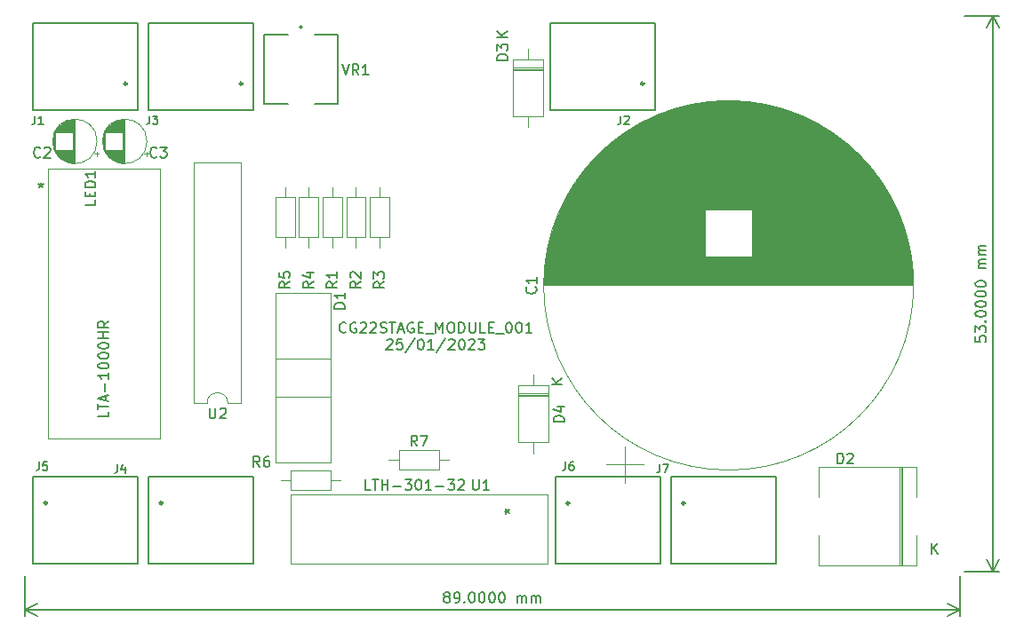
<source format=gbr>
%TF.GenerationSoftware,KiCad,Pcbnew,(6.0.9)*%
%TF.CreationDate,2023-01-27T09:56:42+11:00*%
%TF.ProjectId,CG22STAGE_MODULE,43473232-5354-4414-9745-5f4d4f44554c,rev?*%
%TF.SameCoordinates,Original*%
%TF.FileFunction,Legend,Top*%
%TF.FilePolarity,Positive*%
%FSLAX46Y46*%
G04 Gerber Fmt 4.6, Leading zero omitted, Abs format (unit mm)*
G04 Created by KiCad (PCBNEW (6.0.9)) date 2023-01-27 09:56:42*
%MOMM*%
%LPD*%
G01*
G04 APERTURE LIST*
%ADD10C,0.150000*%
%ADD11C,0.120000*%
%ADD12C,0.127000*%
%ADD13C,0.280000*%
%ADD14C,0.200000*%
G04 APERTURE END LIST*
D10*
X176052380Y-112152142D02*
X176004761Y-112199761D01*
X175861904Y-112247380D01*
X175766666Y-112247380D01*
X175623809Y-112199761D01*
X175528571Y-112104523D01*
X175480952Y-112009285D01*
X175433333Y-111818809D01*
X175433333Y-111675952D01*
X175480952Y-111485476D01*
X175528571Y-111390238D01*
X175623809Y-111295000D01*
X175766666Y-111247380D01*
X175861904Y-111247380D01*
X176004761Y-111295000D01*
X176052380Y-111342619D01*
X177004761Y-111295000D02*
X176909523Y-111247380D01*
X176766666Y-111247380D01*
X176623809Y-111295000D01*
X176528571Y-111390238D01*
X176480952Y-111485476D01*
X176433333Y-111675952D01*
X176433333Y-111818809D01*
X176480952Y-112009285D01*
X176528571Y-112104523D01*
X176623809Y-112199761D01*
X176766666Y-112247380D01*
X176861904Y-112247380D01*
X177004761Y-112199761D01*
X177052380Y-112152142D01*
X177052380Y-111818809D01*
X176861904Y-111818809D01*
X177433333Y-111342619D02*
X177480952Y-111295000D01*
X177576190Y-111247380D01*
X177814285Y-111247380D01*
X177909523Y-111295000D01*
X177957142Y-111342619D01*
X178004761Y-111437857D01*
X178004761Y-111533095D01*
X177957142Y-111675952D01*
X177385714Y-112247380D01*
X178004761Y-112247380D01*
X178385714Y-111342619D02*
X178433333Y-111295000D01*
X178528571Y-111247380D01*
X178766666Y-111247380D01*
X178861904Y-111295000D01*
X178909523Y-111342619D01*
X178957142Y-111437857D01*
X178957142Y-111533095D01*
X178909523Y-111675952D01*
X178338095Y-112247380D01*
X178957142Y-112247380D01*
X179338095Y-112199761D02*
X179480952Y-112247380D01*
X179719047Y-112247380D01*
X179814285Y-112199761D01*
X179861904Y-112152142D01*
X179909523Y-112056904D01*
X179909523Y-111961666D01*
X179861904Y-111866428D01*
X179814285Y-111818809D01*
X179719047Y-111771190D01*
X179528571Y-111723571D01*
X179433333Y-111675952D01*
X179385714Y-111628333D01*
X179338095Y-111533095D01*
X179338095Y-111437857D01*
X179385714Y-111342619D01*
X179433333Y-111295000D01*
X179528571Y-111247380D01*
X179766666Y-111247380D01*
X179909523Y-111295000D01*
X180195238Y-111247380D02*
X180766666Y-111247380D01*
X180480952Y-112247380D02*
X180480952Y-111247380D01*
X181052380Y-111961666D02*
X181528571Y-111961666D01*
X180957142Y-112247380D02*
X181290476Y-111247380D01*
X181623809Y-112247380D01*
X182480952Y-111295000D02*
X182385714Y-111247380D01*
X182242857Y-111247380D01*
X182100000Y-111295000D01*
X182004761Y-111390238D01*
X181957142Y-111485476D01*
X181909523Y-111675952D01*
X181909523Y-111818809D01*
X181957142Y-112009285D01*
X182004761Y-112104523D01*
X182100000Y-112199761D01*
X182242857Y-112247380D01*
X182338095Y-112247380D01*
X182480952Y-112199761D01*
X182528571Y-112152142D01*
X182528571Y-111818809D01*
X182338095Y-111818809D01*
X182957142Y-111723571D02*
X183290476Y-111723571D01*
X183433333Y-112247380D02*
X182957142Y-112247380D01*
X182957142Y-111247380D01*
X183433333Y-111247380D01*
X183623809Y-112342619D02*
X184385714Y-112342619D01*
X184623809Y-112247380D02*
X184623809Y-111247380D01*
X184957142Y-111961666D01*
X185290476Y-111247380D01*
X185290476Y-112247380D01*
X185957142Y-111247380D02*
X186147619Y-111247380D01*
X186242857Y-111295000D01*
X186338095Y-111390238D01*
X186385714Y-111580714D01*
X186385714Y-111914047D01*
X186338095Y-112104523D01*
X186242857Y-112199761D01*
X186147619Y-112247380D01*
X185957142Y-112247380D01*
X185861904Y-112199761D01*
X185766666Y-112104523D01*
X185719047Y-111914047D01*
X185719047Y-111580714D01*
X185766666Y-111390238D01*
X185861904Y-111295000D01*
X185957142Y-111247380D01*
X186814285Y-112247380D02*
X186814285Y-111247380D01*
X187052380Y-111247380D01*
X187195238Y-111295000D01*
X187290476Y-111390238D01*
X187338095Y-111485476D01*
X187385714Y-111675952D01*
X187385714Y-111818809D01*
X187338095Y-112009285D01*
X187290476Y-112104523D01*
X187195238Y-112199761D01*
X187052380Y-112247380D01*
X186814285Y-112247380D01*
X187814285Y-111247380D02*
X187814285Y-112056904D01*
X187861904Y-112152142D01*
X187909523Y-112199761D01*
X188004761Y-112247380D01*
X188195238Y-112247380D01*
X188290476Y-112199761D01*
X188338095Y-112152142D01*
X188385714Y-112056904D01*
X188385714Y-111247380D01*
X189338095Y-112247380D02*
X188861904Y-112247380D01*
X188861904Y-111247380D01*
X189671428Y-111723571D02*
X190004761Y-111723571D01*
X190147619Y-112247380D02*
X189671428Y-112247380D01*
X189671428Y-111247380D01*
X190147619Y-111247380D01*
X190338095Y-112342619D02*
X191100000Y-112342619D01*
X191528571Y-111247380D02*
X191623809Y-111247380D01*
X191719047Y-111295000D01*
X191766666Y-111342619D01*
X191814285Y-111437857D01*
X191861904Y-111628333D01*
X191861904Y-111866428D01*
X191814285Y-112056904D01*
X191766666Y-112152142D01*
X191719047Y-112199761D01*
X191623809Y-112247380D01*
X191528571Y-112247380D01*
X191433333Y-112199761D01*
X191385714Y-112152142D01*
X191338095Y-112056904D01*
X191290476Y-111866428D01*
X191290476Y-111628333D01*
X191338095Y-111437857D01*
X191385714Y-111342619D01*
X191433333Y-111295000D01*
X191528571Y-111247380D01*
X192480952Y-111247380D02*
X192576190Y-111247380D01*
X192671428Y-111295000D01*
X192719047Y-111342619D01*
X192766666Y-111437857D01*
X192814285Y-111628333D01*
X192814285Y-111866428D01*
X192766666Y-112056904D01*
X192719047Y-112152142D01*
X192671428Y-112199761D01*
X192576190Y-112247380D01*
X192480952Y-112247380D01*
X192385714Y-112199761D01*
X192338095Y-112152142D01*
X192290476Y-112056904D01*
X192242857Y-111866428D01*
X192242857Y-111628333D01*
X192290476Y-111437857D01*
X192338095Y-111342619D01*
X192385714Y-111295000D01*
X192480952Y-111247380D01*
X193766666Y-112247380D02*
X193195238Y-112247380D01*
X193480952Y-112247380D02*
X193480952Y-111247380D01*
X193385714Y-111390238D01*
X193290476Y-111485476D01*
X193195238Y-111533095D01*
X179933333Y-112952619D02*
X179980952Y-112905000D01*
X180076190Y-112857380D01*
X180314285Y-112857380D01*
X180409523Y-112905000D01*
X180457142Y-112952619D01*
X180504761Y-113047857D01*
X180504761Y-113143095D01*
X180457142Y-113285952D01*
X179885714Y-113857380D01*
X180504761Y-113857380D01*
X181409523Y-112857380D02*
X180933333Y-112857380D01*
X180885714Y-113333571D01*
X180933333Y-113285952D01*
X181028571Y-113238333D01*
X181266666Y-113238333D01*
X181361904Y-113285952D01*
X181409523Y-113333571D01*
X181457142Y-113428809D01*
X181457142Y-113666904D01*
X181409523Y-113762142D01*
X181361904Y-113809761D01*
X181266666Y-113857380D01*
X181028571Y-113857380D01*
X180933333Y-113809761D01*
X180885714Y-113762142D01*
X182600000Y-112809761D02*
X181742857Y-114095476D01*
X183123809Y-112857380D02*
X183219047Y-112857380D01*
X183314285Y-112905000D01*
X183361904Y-112952619D01*
X183409523Y-113047857D01*
X183457142Y-113238333D01*
X183457142Y-113476428D01*
X183409523Y-113666904D01*
X183361904Y-113762142D01*
X183314285Y-113809761D01*
X183219047Y-113857380D01*
X183123809Y-113857380D01*
X183028571Y-113809761D01*
X182980952Y-113762142D01*
X182933333Y-113666904D01*
X182885714Y-113476428D01*
X182885714Y-113238333D01*
X182933333Y-113047857D01*
X182980952Y-112952619D01*
X183028571Y-112905000D01*
X183123809Y-112857380D01*
X184409523Y-113857380D02*
X183838095Y-113857380D01*
X184123809Y-113857380D02*
X184123809Y-112857380D01*
X184028571Y-113000238D01*
X183933333Y-113095476D01*
X183838095Y-113143095D01*
X185552380Y-112809761D02*
X184695238Y-114095476D01*
X185838095Y-112952619D02*
X185885714Y-112905000D01*
X185980952Y-112857380D01*
X186219047Y-112857380D01*
X186314285Y-112905000D01*
X186361904Y-112952619D01*
X186409523Y-113047857D01*
X186409523Y-113143095D01*
X186361904Y-113285952D01*
X185790476Y-113857380D01*
X186409523Y-113857380D01*
X187028571Y-112857380D02*
X187123809Y-112857380D01*
X187219047Y-112905000D01*
X187266666Y-112952619D01*
X187314285Y-113047857D01*
X187361904Y-113238333D01*
X187361904Y-113476428D01*
X187314285Y-113666904D01*
X187266666Y-113762142D01*
X187219047Y-113809761D01*
X187123809Y-113857380D01*
X187028571Y-113857380D01*
X186933333Y-113809761D01*
X186885714Y-113762142D01*
X186838095Y-113666904D01*
X186790476Y-113476428D01*
X186790476Y-113238333D01*
X186838095Y-113047857D01*
X186885714Y-112952619D01*
X186933333Y-112905000D01*
X187028571Y-112857380D01*
X187742857Y-112952619D02*
X187790476Y-112905000D01*
X187885714Y-112857380D01*
X188123809Y-112857380D01*
X188219047Y-112905000D01*
X188266666Y-112952619D01*
X188314285Y-113047857D01*
X188314285Y-113143095D01*
X188266666Y-113285952D01*
X187695238Y-113857380D01*
X188314285Y-113857380D01*
X188647619Y-112857380D02*
X189266666Y-112857380D01*
X188933333Y-113238333D01*
X189076190Y-113238333D01*
X189171428Y-113285952D01*
X189219047Y-113333571D01*
X189266666Y-113428809D01*
X189266666Y-113666904D01*
X189219047Y-113762142D01*
X189171428Y-113809761D01*
X189076190Y-113857380D01*
X188790476Y-113857380D01*
X188695238Y-113809761D01*
X188647619Y-113762142D01*
X185571428Y-137430951D02*
X185476190Y-137383332D01*
X185428571Y-137335713D01*
X185380952Y-137240475D01*
X185380952Y-137192856D01*
X185428571Y-137097618D01*
X185476190Y-137049999D01*
X185571428Y-137002379D01*
X185761904Y-137002379D01*
X185857142Y-137049999D01*
X185904761Y-137097618D01*
X185952380Y-137192856D01*
X185952380Y-137240475D01*
X185904761Y-137335713D01*
X185857142Y-137383332D01*
X185761904Y-137430951D01*
X185571428Y-137430951D01*
X185476190Y-137478570D01*
X185428571Y-137526189D01*
X185380952Y-137621427D01*
X185380952Y-137811903D01*
X185428571Y-137907141D01*
X185476190Y-137954760D01*
X185571428Y-138002379D01*
X185761904Y-138002379D01*
X185857142Y-137954760D01*
X185904761Y-137907141D01*
X185952380Y-137811903D01*
X185952380Y-137621427D01*
X185904761Y-137526189D01*
X185857142Y-137478570D01*
X185761904Y-137430951D01*
X186428571Y-138002379D02*
X186619047Y-138002379D01*
X186714285Y-137954760D01*
X186761904Y-137907141D01*
X186857142Y-137764284D01*
X186904761Y-137573808D01*
X186904761Y-137192856D01*
X186857142Y-137097618D01*
X186809523Y-137049999D01*
X186714285Y-137002379D01*
X186523809Y-137002379D01*
X186428571Y-137049999D01*
X186380952Y-137097618D01*
X186333333Y-137192856D01*
X186333333Y-137430951D01*
X186380952Y-137526189D01*
X186428571Y-137573808D01*
X186523809Y-137621427D01*
X186714285Y-137621427D01*
X186809523Y-137573808D01*
X186857142Y-137526189D01*
X186904761Y-137430951D01*
X187333333Y-137907141D02*
X187380952Y-137954760D01*
X187333333Y-138002379D01*
X187285714Y-137954760D01*
X187333333Y-137907141D01*
X187333333Y-138002379D01*
X188000000Y-137002379D02*
X188095238Y-137002379D01*
X188190476Y-137049999D01*
X188238095Y-137097618D01*
X188285714Y-137192856D01*
X188333333Y-137383332D01*
X188333333Y-137621427D01*
X188285714Y-137811903D01*
X188238095Y-137907141D01*
X188190476Y-137954760D01*
X188095238Y-138002379D01*
X188000000Y-138002379D01*
X187904761Y-137954760D01*
X187857142Y-137907141D01*
X187809523Y-137811903D01*
X187761904Y-137621427D01*
X187761904Y-137383332D01*
X187809523Y-137192856D01*
X187857142Y-137097618D01*
X187904761Y-137049999D01*
X188000000Y-137002379D01*
X188952380Y-137002379D02*
X189047619Y-137002379D01*
X189142857Y-137049999D01*
X189190476Y-137097618D01*
X189238095Y-137192856D01*
X189285714Y-137383332D01*
X189285714Y-137621427D01*
X189238095Y-137811903D01*
X189190476Y-137907141D01*
X189142857Y-137954760D01*
X189047619Y-138002379D01*
X188952380Y-138002379D01*
X188857142Y-137954760D01*
X188809523Y-137907141D01*
X188761904Y-137811903D01*
X188714285Y-137621427D01*
X188714285Y-137383332D01*
X188761904Y-137192856D01*
X188809523Y-137097618D01*
X188857142Y-137049999D01*
X188952380Y-137002379D01*
X189904761Y-137002379D02*
X190000000Y-137002379D01*
X190095238Y-137049999D01*
X190142857Y-137097618D01*
X190190476Y-137192856D01*
X190238095Y-137383332D01*
X190238095Y-137621427D01*
X190190476Y-137811903D01*
X190142857Y-137907141D01*
X190095238Y-137954760D01*
X190000000Y-138002379D01*
X189904761Y-138002379D01*
X189809523Y-137954760D01*
X189761904Y-137907141D01*
X189714285Y-137811903D01*
X189666666Y-137621427D01*
X189666666Y-137383332D01*
X189714285Y-137192856D01*
X189761904Y-137097618D01*
X189809523Y-137049999D01*
X189904761Y-137002379D01*
X190857142Y-137002379D02*
X190952380Y-137002379D01*
X191047619Y-137049999D01*
X191095238Y-137097618D01*
X191142857Y-137192856D01*
X191190476Y-137383332D01*
X191190476Y-137621427D01*
X191142857Y-137811903D01*
X191095238Y-137907141D01*
X191047619Y-137954760D01*
X190952380Y-138002379D01*
X190857142Y-138002379D01*
X190761904Y-137954760D01*
X190714285Y-137907141D01*
X190666666Y-137811903D01*
X190619047Y-137621427D01*
X190619047Y-137383332D01*
X190666666Y-137192856D01*
X190714285Y-137097618D01*
X190761904Y-137049999D01*
X190857142Y-137002379D01*
X192380952Y-138002379D02*
X192380952Y-137335713D01*
X192380952Y-137430951D02*
X192428571Y-137383332D01*
X192523809Y-137335713D01*
X192666666Y-137335713D01*
X192761904Y-137383332D01*
X192809523Y-137478570D01*
X192809523Y-138002379D01*
X192809523Y-137478570D02*
X192857142Y-137383332D01*
X192952380Y-137335713D01*
X193095238Y-137335713D01*
X193190476Y-137383332D01*
X193238095Y-137478570D01*
X193238095Y-138002379D01*
X193714285Y-138002379D02*
X193714285Y-137335713D01*
X193714285Y-137430951D02*
X193761904Y-137383332D01*
X193857142Y-137335713D01*
X194000000Y-137335713D01*
X194095238Y-137383332D01*
X194142857Y-137478570D01*
X194142857Y-138002379D01*
X194142857Y-137478570D02*
X194190476Y-137383332D01*
X194285714Y-137335713D01*
X194428571Y-137335713D01*
X194523809Y-137383332D01*
X194571428Y-137478570D01*
X194571428Y-138002379D01*
X145500000Y-135500000D02*
X145500000Y-139286419D01*
X234500000Y-135500000D02*
X234500000Y-139286419D01*
X145500000Y-138699999D02*
X234500000Y-138699999D01*
X145500000Y-138699999D02*
X234500000Y-138699999D01*
X145500000Y-138699999D02*
X146626504Y-139286420D01*
X145500000Y-138699999D02*
X146626504Y-138113578D01*
X234500000Y-138699999D02*
X233373496Y-138113578D01*
X234500000Y-138699999D02*
X233373496Y-139286420D01*
X236002380Y-112595238D02*
X236002380Y-113071428D01*
X236478571Y-113119047D01*
X236430952Y-113071428D01*
X236383333Y-112976190D01*
X236383333Y-112738095D01*
X236430952Y-112642857D01*
X236478571Y-112595238D01*
X236573809Y-112547619D01*
X236811904Y-112547619D01*
X236907142Y-112595238D01*
X236954761Y-112642857D01*
X237002380Y-112738095D01*
X237002380Y-112976190D01*
X236954761Y-113071428D01*
X236907142Y-113119047D01*
X236002380Y-112214285D02*
X236002380Y-111595238D01*
X236383333Y-111928571D01*
X236383333Y-111785714D01*
X236430952Y-111690476D01*
X236478571Y-111642857D01*
X236573809Y-111595238D01*
X236811904Y-111595238D01*
X236907142Y-111642857D01*
X236954761Y-111690476D01*
X237002380Y-111785714D01*
X237002380Y-112071428D01*
X236954761Y-112166666D01*
X236907142Y-112214285D01*
X236907142Y-111166666D02*
X236954761Y-111119047D01*
X237002380Y-111166666D01*
X236954761Y-111214285D01*
X236907142Y-111166666D01*
X237002380Y-111166666D01*
X236002380Y-110500000D02*
X236002380Y-110404761D01*
X236050000Y-110309523D01*
X236097619Y-110261904D01*
X236192857Y-110214285D01*
X236383333Y-110166666D01*
X236621428Y-110166666D01*
X236811904Y-110214285D01*
X236907142Y-110261904D01*
X236954761Y-110309523D01*
X237002380Y-110404761D01*
X237002380Y-110500000D01*
X236954761Y-110595238D01*
X236907142Y-110642857D01*
X236811904Y-110690476D01*
X236621428Y-110738095D01*
X236383333Y-110738095D01*
X236192857Y-110690476D01*
X236097619Y-110642857D01*
X236050000Y-110595238D01*
X236002380Y-110500000D01*
X236002380Y-109547619D02*
X236002380Y-109452380D01*
X236050000Y-109357142D01*
X236097619Y-109309523D01*
X236192857Y-109261904D01*
X236383333Y-109214285D01*
X236621428Y-109214285D01*
X236811904Y-109261904D01*
X236907142Y-109309523D01*
X236954761Y-109357142D01*
X237002380Y-109452380D01*
X237002380Y-109547619D01*
X236954761Y-109642857D01*
X236907142Y-109690476D01*
X236811904Y-109738095D01*
X236621428Y-109785714D01*
X236383333Y-109785714D01*
X236192857Y-109738095D01*
X236097619Y-109690476D01*
X236050000Y-109642857D01*
X236002380Y-109547619D01*
X236002380Y-108595238D02*
X236002380Y-108500000D01*
X236050000Y-108404761D01*
X236097619Y-108357142D01*
X236192857Y-108309523D01*
X236383333Y-108261904D01*
X236621428Y-108261904D01*
X236811904Y-108309523D01*
X236907142Y-108357142D01*
X236954761Y-108404761D01*
X237002380Y-108500000D01*
X237002380Y-108595238D01*
X236954761Y-108690476D01*
X236907142Y-108738095D01*
X236811904Y-108785714D01*
X236621428Y-108833333D01*
X236383333Y-108833333D01*
X236192857Y-108785714D01*
X236097619Y-108738095D01*
X236050000Y-108690476D01*
X236002380Y-108595238D01*
X236002380Y-107642857D02*
X236002380Y-107547619D01*
X236050000Y-107452380D01*
X236097619Y-107404761D01*
X236192857Y-107357142D01*
X236383333Y-107309523D01*
X236621428Y-107309523D01*
X236811904Y-107357142D01*
X236907142Y-107404761D01*
X236954761Y-107452380D01*
X237002380Y-107547619D01*
X237002380Y-107642857D01*
X236954761Y-107738095D01*
X236907142Y-107785714D01*
X236811904Y-107833333D01*
X236621428Y-107880952D01*
X236383333Y-107880952D01*
X236192857Y-107833333D01*
X236097619Y-107785714D01*
X236050000Y-107738095D01*
X236002380Y-107642857D01*
X237002380Y-106119047D02*
X236335714Y-106119047D01*
X236430952Y-106119047D02*
X236383333Y-106071428D01*
X236335714Y-105976190D01*
X236335714Y-105833333D01*
X236383333Y-105738095D01*
X236478571Y-105690476D01*
X237002380Y-105690476D01*
X236478571Y-105690476D02*
X236383333Y-105642857D01*
X236335714Y-105547619D01*
X236335714Y-105404761D01*
X236383333Y-105309523D01*
X236478571Y-105261904D01*
X237002380Y-105261904D01*
X237002380Y-104785714D02*
X236335714Y-104785714D01*
X236430952Y-104785714D02*
X236383333Y-104738095D01*
X236335714Y-104642857D01*
X236335714Y-104500000D01*
X236383333Y-104404761D01*
X236478571Y-104357142D01*
X237002380Y-104357142D01*
X236478571Y-104357142D02*
X236383333Y-104309523D01*
X236335714Y-104214285D01*
X236335714Y-104071428D01*
X236383333Y-103976190D01*
X236478571Y-103928571D01*
X237002380Y-103928571D01*
X235000000Y-135000000D02*
X238286420Y-135000000D01*
X235000000Y-82000000D02*
X238286420Y-82000000D01*
X237700000Y-135000000D02*
X237700000Y-82000000D01*
X237700000Y-135000000D02*
X237700000Y-82000000D01*
X237700000Y-135000000D02*
X238286421Y-133873496D01*
X237700000Y-135000000D02*
X237113579Y-133873496D01*
X237700000Y-82000000D02*
X237113579Y-83126504D01*
X237700000Y-82000000D02*
X238286421Y-83126504D01*
%TO.C,U1*%
X188138095Y-126252380D02*
X188138095Y-127061904D01*
X188185714Y-127157142D01*
X188233333Y-127204761D01*
X188328571Y-127252380D01*
X188519047Y-127252380D01*
X188614285Y-127204761D01*
X188661904Y-127157142D01*
X188709523Y-127061904D01*
X188709523Y-126252380D01*
X189709523Y-127252380D02*
X189138095Y-127252380D01*
X189423809Y-127252380D02*
X189423809Y-126252380D01*
X189328571Y-126395238D01*
X189233333Y-126490476D01*
X189138095Y-126538095D01*
X178385714Y-127252380D02*
X177909523Y-127252380D01*
X177909523Y-126252380D01*
X178576190Y-126252380D02*
X179147619Y-126252380D01*
X178861904Y-127252380D02*
X178861904Y-126252380D01*
X179480952Y-127252380D02*
X179480952Y-126252380D01*
X179480952Y-126728571D02*
X180052380Y-126728571D01*
X180052380Y-127252380D02*
X180052380Y-126252380D01*
X180528571Y-126871428D02*
X181290476Y-126871428D01*
X181671428Y-126252380D02*
X182290476Y-126252380D01*
X181957142Y-126633333D01*
X182100000Y-126633333D01*
X182195238Y-126680952D01*
X182242857Y-126728571D01*
X182290476Y-126823809D01*
X182290476Y-127061904D01*
X182242857Y-127157142D01*
X182195238Y-127204761D01*
X182100000Y-127252380D01*
X181814285Y-127252380D01*
X181719047Y-127204761D01*
X181671428Y-127157142D01*
X182909523Y-126252380D02*
X183004761Y-126252380D01*
X183100000Y-126300000D01*
X183147619Y-126347619D01*
X183195238Y-126442857D01*
X183242857Y-126633333D01*
X183242857Y-126871428D01*
X183195238Y-127061904D01*
X183147619Y-127157142D01*
X183100000Y-127204761D01*
X183004761Y-127252380D01*
X182909523Y-127252380D01*
X182814285Y-127204761D01*
X182766666Y-127157142D01*
X182719047Y-127061904D01*
X182671428Y-126871428D01*
X182671428Y-126633333D01*
X182719047Y-126442857D01*
X182766666Y-126347619D01*
X182814285Y-126300000D01*
X182909523Y-126252380D01*
X184195238Y-127252380D02*
X183623809Y-127252380D01*
X183909523Y-127252380D02*
X183909523Y-126252380D01*
X183814285Y-126395238D01*
X183719047Y-126490476D01*
X183623809Y-126538095D01*
X184623809Y-126871428D02*
X185385714Y-126871428D01*
X185766666Y-126252380D02*
X186385714Y-126252380D01*
X186052380Y-126633333D01*
X186195238Y-126633333D01*
X186290476Y-126680952D01*
X186338095Y-126728571D01*
X186385714Y-126823809D01*
X186385714Y-127061904D01*
X186338095Y-127157142D01*
X186290476Y-127204761D01*
X186195238Y-127252380D01*
X185909523Y-127252380D01*
X185814285Y-127204761D01*
X185766666Y-127157142D01*
X186766666Y-126347619D02*
X186814285Y-126300000D01*
X186909523Y-126252380D01*
X187147619Y-126252380D01*
X187242857Y-126300000D01*
X187290476Y-126347619D01*
X187338095Y-126442857D01*
X187338095Y-126538095D01*
X187290476Y-126680952D01*
X186719047Y-127252380D01*
X187338095Y-127252380D01*
X191152380Y-129287201D02*
X191390476Y-129287201D01*
X191295238Y-129525296D02*
X191390476Y-129287201D01*
X191295238Y-129049105D01*
X191580952Y-129430058D02*
X191390476Y-129287201D01*
X191580952Y-129144343D01*
%TO.C,R7*%
X182833333Y-123052380D02*
X182500000Y-122576190D01*
X182261904Y-123052380D02*
X182261904Y-122052380D01*
X182642857Y-122052380D01*
X182738095Y-122100000D01*
X182785714Y-122147619D01*
X182833333Y-122242857D01*
X182833333Y-122385714D01*
X182785714Y-122480952D01*
X182738095Y-122528571D01*
X182642857Y-122576190D01*
X182261904Y-122576190D01*
X183166666Y-122052380D02*
X183833333Y-122052380D01*
X183404761Y-123052380D01*
%TO.C,J3*%
X157337532Y-91568803D02*
X157337532Y-92131233D01*
X157300037Y-92243719D01*
X157225046Y-92318710D01*
X157112560Y-92356205D01*
X157037570Y-92356205D01*
X157637495Y-91568803D02*
X158124934Y-91568803D01*
X157862467Y-91868766D01*
X157974953Y-91868766D01*
X158049944Y-91906261D01*
X158087439Y-91943757D01*
X158124934Y-92018747D01*
X158124934Y-92206224D01*
X158087439Y-92281215D01*
X158049944Y-92318710D01*
X157974953Y-92356205D01*
X157749981Y-92356205D01*
X157674990Y-92318710D01*
X157637495Y-92281215D01*
%TO.C,J4*%
X154287532Y-124818803D02*
X154287532Y-125381233D01*
X154250037Y-125493719D01*
X154175046Y-125568710D01*
X154062560Y-125606205D01*
X153987570Y-125606205D01*
X154999944Y-125081271D02*
X154999944Y-125606205D01*
X154812467Y-124781308D02*
X154624990Y-125343738D01*
X155112430Y-125343738D01*
%TO.C,R5*%
X170702380Y-107396666D02*
X170226190Y-107730000D01*
X170702380Y-107968095D02*
X169702380Y-107968095D01*
X169702380Y-107587142D01*
X169750000Y-107491904D01*
X169797619Y-107444285D01*
X169892857Y-107396666D01*
X170035714Y-107396666D01*
X170130952Y-107444285D01*
X170178571Y-107491904D01*
X170226190Y-107587142D01*
X170226190Y-107968095D01*
X169702380Y-106491904D02*
X169702380Y-106968095D01*
X170178571Y-107015714D01*
X170130952Y-106968095D01*
X170083333Y-106872857D01*
X170083333Y-106634761D01*
X170130952Y-106539523D01*
X170178571Y-106491904D01*
X170273809Y-106444285D01*
X170511904Y-106444285D01*
X170607142Y-106491904D01*
X170654761Y-106539523D01*
X170702380Y-106634761D01*
X170702380Y-106872857D01*
X170654761Y-106968095D01*
X170607142Y-107015714D01*
%TO.C,C1*%
X194107142Y-107897165D02*
X194154761Y-107944784D01*
X194202380Y-108087641D01*
X194202380Y-108182879D01*
X194154761Y-108325737D01*
X194059523Y-108420975D01*
X193964285Y-108468594D01*
X193773809Y-108516213D01*
X193630952Y-108516213D01*
X193440476Y-108468594D01*
X193345238Y-108420975D01*
X193250000Y-108325737D01*
X193202380Y-108182879D01*
X193202380Y-108087641D01*
X193250000Y-107944784D01*
X193297619Y-107897165D01*
X194202380Y-106944784D02*
X194202380Y-107516213D01*
X194202380Y-107230499D02*
X193202380Y-107230499D01*
X193345238Y-107325737D01*
X193440476Y-107420975D01*
X193488095Y-107516213D01*
%TO.C,R1*%
X175202380Y-107396666D02*
X174726190Y-107730000D01*
X175202380Y-107968095D02*
X174202380Y-107968095D01*
X174202380Y-107587142D01*
X174250000Y-107491904D01*
X174297619Y-107444285D01*
X174392857Y-107396666D01*
X174535714Y-107396666D01*
X174630952Y-107444285D01*
X174678571Y-107491904D01*
X174726190Y-107587142D01*
X174726190Y-107968095D01*
X175202380Y-106444285D02*
X175202380Y-107015714D01*
X175202380Y-106730000D02*
X174202380Y-106730000D01*
X174345238Y-106825238D01*
X174440476Y-106920476D01*
X174488095Y-107015714D01*
%TO.C,D4*%
X196822380Y-120738095D02*
X195822380Y-120738095D01*
X195822380Y-120500000D01*
X195870000Y-120357142D01*
X195965238Y-120261904D01*
X196060476Y-120214285D01*
X196250952Y-120166666D01*
X196393809Y-120166666D01*
X196584285Y-120214285D01*
X196679523Y-120261904D01*
X196774761Y-120357142D01*
X196822380Y-120500000D01*
X196822380Y-120738095D01*
X196155714Y-119309523D02*
X196822380Y-119309523D01*
X195774761Y-119547619D02*
X196489047Y-119785714D01*
X196489047Y-119166666D01*
X196652380Y-117161904D02*
X195652380Y-117161904D01*
X196652380Y-116590476D02*
X196080952Y-117019047D01*
X195652380Y-116590476D02*
X196223809Y-117161904D01*
%TO.C,J6*%
X196987532Y-124568803D02*
X196987532Y-125131233D01*
X196950037Y-125243719D01*
X196875046Y-125318710D01*
X196762560Y-125356205D01*
X196687570Y-125356205D01*
X197699944Y-124568803D02*
X197549962Y-124568803D01*
X197474972Y-124606299D01*
X197437476Y-124643794D01*
X197362486Y-124756280D01*
X197324990Y-124906261D01*
X197324990Y-125206224D01*
X197362486Y-125281215D01*
X197399981Y-125318710D01*
X197474972Y-125356205D01*
X197624953Y-125356205D01*
X197699944Y-125318710D01*
X197737439Y-125281215D01*
X197774934Y-125206224D01*
X197774934Y-125018747D01*
X197737439Y-124943757D01*
X197699944Y-124906261D01*
X197624953Y-124868766D01*
X197474972Y-124868766D01*
X197399981Y-124906261D01*
X197362486Y-124943757D01*
X197324990Y-125018747D01*
%TO.C,D3*%
X191452380Y-86238095D02*
X190452380Y-86238095D01*
X190452380Y-86000000D01*
X190500000Y-85857142D01*
X190595238Y-85761904D01*
X190690476Y-85714285D01*
X190880952Y-85666666D01*
X191023809Y-85666666D01*
X191214285Y-85714285D01*
X191309523Y-85761904D01*
X191404761Y-85857142D01*
X191452380Y-86000000D01*
X191452380Y-86238095D01*
X190452380Y-85333333D02*
X190452380Y-84714285D01*
X190833333Y-85047619D01*
X190833333Y-84904761D01*
X190880952Y-84809523D01*
X190928571Y-84761904D01*
X191023809Y-84714285D01*
X191261904Y-84714285D01*
X191357142Y-84761904D01*
X191404761Y-84809523D01*
X191452380Y-84904761D01*
X191452380Y-85190476D01*
X191404761Y-85285714D01*
X191357142Y-85333333D01*
X191452380Y-84061904D02*
X190452380Y-84061904D01*
X191452380Y-83490476D02*
X190880952Y-83919047D01*
X190452380Y-83490476D02*
X191023809Y-84061904D01*
%TO.C,C3*%
X158033333Y-95457142D02*
X157985714Y-95504761D01*
X157842857Y-95552380D01*
X157747619Y-95552380D01*
X157604761Y-95504761D01*
X157509523Y-95409523D01*
X157461904Y-95314285D01*
X157414285Y-95123809D01*
X157414285Y-94980952D01*
X157461904Y-94790476D01*
X157509523Y-94695238D01*
X157604761Y-94600000D01*
X157747619Y-94552380D01*
X157842857Y-94552380D01*
X157985714Y-94600000D01*
X158033333Y-94647619D01*
X158366666Y-94552380D02*
X158985714Y-94552380D01*
X158652380Y-94933333D01*
X158795238Y-94933333D01*
X158890476Y-94980952D01*
X158938095Y-95028571D01*
X158985714Y-95123809D01*
X158985714Y-95361904D01*
X158938095Y-95457142D01*
X158890476Y-95504761D01*
X158795238Y-95552380D01*
X158509523Y-95552380D01*
X158414285Y-95504761D01*
X158366666Y-95457142D01*
%TO.C,R4*%
X172952380Y-107396666D02*
X172476190Y-107730000D01*
X172952380Y-107968095D02*
X171952380Y-107968095D01*
X171952380Y-107587142D01*
X172000000Y-107491904D01*
X172047619Y-107444285D01*
X172142857Y-107396666D01*
X172285714Y-107396666D01*
X172380952Y-107444285D01*
X172428571Y-107491904D01*
X172476190Y-107587142D01*
X172476190Y-107968095D01*
X172285714Y-106539523D02*
X172952380Y-106539523D01*
X171904761Y-106777619D02*
X172619047Y-107015714D01*
X172619047Y-106396666D01*
%TO.C,R2*%
X177452380Y-107396666D02*
X176976190Y-107730000D01*
X177452380Y-107968095D02*
X176452380Y-107968095D01*
X176452380Y-107587142D01*
X176500000Y-107491904D01*
X176547619Y-107444285D01*
X176642857Y-107396666D01*
X176785714Y-107396666D01*
X176880952Y-107444285D01*
X176928571Y-107491904D01*
X176976190Y-107587142D01*
X176976190Y-107968095D01*
X176547619Y-107015714D02*
X176500000Y-106968095D01*
X176452380Y-106872857D01*
X176452380Y-106634761D01*
X176500000Y-106539523D01*
X176547619Y-106491904D01*
X176642857Y-106444285D01*
X176738095Y-106444285D01*
X176880952Y-106491904D01*
X177452380Y-107063333D01*
X177452380Y-106444285D01*
%TO.C,R6*%
X167833333Y-125052380D02*
X167500000Y-124576190D01*
X167261904Y-125052380D02*
X167261904Y-124052380D01*
X167642857Y-124052380D01*
X167738095Y-124100000D01*
X167785714Y-124147619D01*
X167833333Y-124242857D01*
X167833333Y-124385714D01*
X167785714Y-124480952D01*
X167738095Y-124528571D01*
X167642857Y-124576190D01*
X167261904Y-124576190D01*
X168690476Y-124052380D02*
X168500000Y-124052380D01*
X168404761Y-124100000D01*
X168357142Y-124147619D01*
X168261904Y-124290476D01*
X168214285Y-124480952D01*
X168214285Y-124861904D01*
X168261904Y-124957142D01*
X168309523Y-125004761D01*
X168404761Y-125052380D01*
X168595238Y-125052380D01*
X168690476Y-125004761D01*
X168738095Y-124957142D01*
X168785714Y-124861904D01*
X168785714Y-124623809D01*
X168738095Y-124528571D01*
X168690476Y-124480952D01*
X168595238Y-124433333D01*
X168404761Y-124433333D01*
X168309523Y-124480952D01*
X168261904Y-124528571D01*
X168214285Y-124623809D01*
%TO.C,D1*%
X175952380Y-109938095D02*
X174952380Y-109938095D01*
X174952380Y-109700000D01*
X175000000Y-109557142D01*
X175095238Y-109461904D01*
X175190476Y-109414285D01*
X175380952Y-109366666D01*
X175523809Y-109366666D01*
X175714285Y-109414285D01*
X175809523Y-109461904D01*
X175904761Y-109557142D01*
X175952380Y-109700000D01*
X175952380Y-109938095D01*
X175952380Y-108414285D02*
X175952380Y-108985714D01*
X175952380Y-108700000D02*
X174952380Y-108700000D01*
X175095238Y-108795238D01*
X175190476Y-108890476D01*
X175238095Y-108985714D01*
%TO.C,U2*%
X163058095Y-119432380D02*
X163058095Y-120241904D01*
X163105714Y-120337142D01*
X163153333Y-120384761D01*
X163248571Y-120432380D01*
X163439047Y-120432380D01*
X163534285Y-120384761D01*
X163581904Y-120337142D01*
X163629523Y-120241904D01*
X163629523Y-119432380D01*
X164058095Y-119527619D02*
X164105714Y-119480000D01*
X164200952Y-119432380D01*
X164439047Y-119432380D01*
X164534285Y-119480000D01*
X164581904Y-119527619D01*
X164629523Y-119622857D01*
X164629523Y-119718095D01*
X164581904Y-119860952D01*
X164010476Y-120432380D01*
X164629523Y-120432380D01*
%TO.C,LED1*%
X152202380Y-99599047D02*
X152202380Y-100075238D01*
X151202380Y-100075238D01*
X151678571Y-99265714D02*
X151678571Y-98932380D01*
X152202380Y-98789523D02*
X152202380Y-99265714D01*
X151202380Y-99265714D01*
X151202380Y-98789523D01*
X152202380Y-98360952D02*
X151202380Y-98360952D01*
X151202380Y-98122857D01*
X151250000Y-97980000D01*
X151345238Y-97884761D01*
X151440476Y-97837142D01*
X151630952Y-97789523D01*
X151773809Y-97789523D01*
X151964285Y-97837142D01*
X152059523Y-97884761D01*
X152154761Y-97980000D01*
X152202380Y-98122857D01*
X152202380Y-98360952D01*
X152202380Y-96837142D02*
X152202380Y-97408571D01*
X152202380Y-97122857D02*
X151202380Y-97122857D01*
X151345238Y-97218095D01*
X151440476Y-97313333D01*
X151488095Y-97408571D01*
X153452380Y-119777619D02*
X153452380Y-120253809D01*
X152452380Y-120253809D01*
X152452380Y-119587142D02*
X152452380Y-119015714D01*
X153452380Y-119301428D02*
X152452380Y-119301428D01*
X153166666Y-118730000D02*
X153166666Y-118253809D01*
X153452380Y-118825238D02*
X152452380Y-118491904D01*
X153452380Y-118158571D01*
X153071428Y-117825238D02*
X153071428Y-117063333D01*
X153452380Y-116063333D02*
X153452380Y-116634761D01*
X153452380Y-116349047D02*
X152452380Y-116349047D01*
X152595238Y-116444285D01*
X152690476Y-116539523D01*
X152738095Y-116634761D01*
X152452380Y-115444285D02*
X152452380Y-115349047D01*
X152500000Y-115253809D01*
X152547619Y-115206190D01*
X152642857Y-115158571D01*
X152833333Y-115110952D01*
X153071428Y-115110952D01*
X153261904Y-115158571D01*
X153357142Y-115206190D01*
X153404761Y-115253809D01*
X153452380Y-115349047D01*
X153452380Y-115444285D01*
X153404761Y-115539523D01*
X153357142Y-115587142D01*
X153261904Y-115634761D01*
X153071428Y-115682380D01*
X152833333Y-115682380D01*
X152642857Y-115634761D01*
X152547619Y-115587142D01*
X152500000Y-115539523D01*
X152452380Y-115444285D01*
X152452380Y-114491904D02*
X152452380Y-114396666D01*
X152500000Y-114301428D01*
X152547619Y-114253809D01*
X152642857Y-114206190D01*
X152833333Y-114158571D01*
X153071428Y-114158571D01*
X153261904Y-114206190D01*
X153357142Y-114253809D01*
X153404761Y-114301428D01*
X153452380Y-114396666D01*
X153452380Y-114491904D01*
X153404761Y-114587142D01*
X153357142Y-114634761D01*
X153261904Y-114682380D01*
X153071428Y-114730000D01*
X152833333Y-114730000D01*
X152642857Y-114682380D01*
X152547619Y-114634761D01*
X152500000Y-114587142D01*
X152452380Y-114491904D01*
X152452380Y-113539523D02*
X152452380Y-113444285D01*
X152500000Y-113349047D01*
X152547619Y-113301428D01*
X152642857Y-113253809D01*
X152833333Y-113206190D01*
X153071428Y-113206190D01*
X153261904Y-113253809D01*
X153357142Y-113301428D01*
X153404761Y-113349047D01*
X153452380Y-113444285D01*
X153452380Y-113539523D01*
X153404761Y-113634761D01*
X153357142Y-113682380D01*
X153261904Y-113730000D01*
X153071428Y-113777619D01*
X152833333Y-113777619D01*
X152642857Y-113730000D01*
X152547619Y-113682380D01*
X152500000Y-113634761D01*
X152452380Y-113539523D01*
X153452380Y-112777619D02*
X152452380Y-112777619D01*
X152928571Y-112777619D02*
X152928571Y-112206190D01*
X153452380Y-112206190D02*
X152452380Y-112206190D01*
X153452380Y-111158571D02*
X152976190Y-111491904D01*
X153452380Y-111730000D02*
X152452380Y-111730000D01*
X152452380Y-111349047D01*
X152500000Y-111253809D01*
X152547619Y-111206190D01*
X152642857Y-111158571D01*
X152785714Y-111158571D01*
X152880952Y-111206190D01*
X152928571Y-111253809D01*
X152976190Y-111349047D01*
X152976190Y-111730000D01*
X147000000Y-97932380D02*
X147000000Y-98170476D01*
X146761904Y-98075238D02*
X147000000Y-98170476D01*
X147238095Y-98075238D01*
X146857142Y-98360952D02*
X147000000Y-98170476D01*
X147142857Y-98360952D01*
%TO.C,VR1*%
X175686867Y-86650871D02*
X176021119Y-87653627D01*
X176355371Y-86650871D01*
X177262626Y-87653627D02*
X176928374Y-87176124D01*
X176689623Y-87653627D02*
X176689623Y-86650871D01*
X177071625Y-86650871D01*
X177167126Y-86698622D01*
X177214876Y-86746372D01*
X177262626Y-86841872D01*
X177262626Y-86985123D01*
X177214876Y-87080624D01*
X177167126Y-87128374D01*
X177071625Y-87176124D01*
X176689623Y-87176124D01*
X178217632Y-87653627D02*
X177644628Y-87653627D01*
X177931130Y-87653627D02*
X177931130Y-86650871D01*
X177835630Y-86794122D01*
X177740129Y-86889623D01*
X177644628Y-86937373D01*
%TO.C,J1*%
X146437532Y-91568803D02*
X146437532Y-92131233D01*
X146400037Y-92243719D01*
X146325046Y-92318710D01*
X146212560Y-92356205D01*
X146137570Y-92356205D01*
X147224934Y-92356205D02*
X146774990Y-92356205D01*
X146999962Y-92356205D02*
X146999962Y-91568803D01*
X146924972Y-91681289D01*
X146849981Y-91756280D01*
X146774990Y-91793775D01*
%TO.C,J7*%
X205937532Y-124768803D02*
X205937532Y-125331233D01*
X205900037Y-125443719D01*
X205825046Y-125518710D01*
X205712560Y-125556205D01*
X205637570Y-125556205D01*
X206237495Y-124768803D02*
X206762430Y-124768803D01*
X206424972Y-125556205D01*
%TO.C,C2*%
X146933333Y-95457142D02*
X146885714Y-95504761D01*
X146742857Y-95552380D01*
X146647619Y-95552380D01*
X146504761Y-95504761D01*
X146409523Y-95409523D01*
X146361904Y-95314285D01*
X146314285Y-95123809D01*
X146314285Y-94980952D01*
X146361904Y-94790476D01*
X146409523Y-94695238D01*
X146504761Y-94600000D01*
X146647619Y-94552380D01*
X146742857Y-94552380D01*
X146885714Y-94600000D01*
X146933333Y-94647619D01*
X147314285Y-94647619D02*
X147361904Y-94600000D01*
X147457142Y-94552380D01*
X147695238Y-94552380D01*
X147790476Y-94600000D01*
X147838095Y-94647619D01*
X147885714Y-94742857D01*
X147885714Y-94838095D01*
X147838095Y-94980952D01*
X147266666Y-95552380D01*
X147885714Y-95552380D01*
%TO.C,D2*%
X222861904Y-124752380D02*
X222861904Y-123752380D01*
X223100000Y-123752380D01*
X223242857Y-123800000D01*
X223338095Y-123895238D01*
X223385714Y-123990476D01*
X223433333Y-124180952D01*
X223433333Y-124323809D01*
X223385714Y-124514285D01*
X223338095Y-124609523D01*
X223242857Y-124704761D01*
X223100000Y-124752380D01*
X222861904Y-124752380D01*
X223814285Y-123847619D02*
X223861904Y-123800000D01*
X223957142Y-123752380D01*
X224195238Y-123752380D01*
X224290476Y-123800000D01*
X224338095Y-123847619D01*
X224385714Y-123942857D01*
X224385714Y-124038095D01*
X224338095Y-124180952D01*
X223766666Y-124752380D01*
X224385714Y-124752380D01*
X231838095Y-133352380D02*
X231838095Y-132352380D01*
X232409523Y-133352380D02*
X231980952Y-132780952D01*
X232409523Y-132352380D02*
X231838095Y-132923809D01*
%TO.C,J2*%
X202237532Y-91568803D02*
X202237532Y-92131233D01*
X202200037Y-92243719D01*
X202125046Y-92318710D01*
X202012560Y-92356205D01*
X201937570Y-92356205D01*
X202574990Y-91643794D02*
X202612486Y-91606299D01*
X202687476Y-91568803D01*
X202874953Y-91568803D01*
X202949944Y-91606299D01*
X202987439Y-91643794D01*
X203024934Y-91718785D01*
X203024934Y-91793775D01*
X202987439Y-91906261D01*
X202537495Y-92356205D01*
X203024934Y-92356205D01*
%TO.C,R3*%
X179702380Y-107396666D02*
X179226190Y-107730000D01*
X179702380Y-107968095D02*
X178702380Y-107968095D01*
X178702380Y-107587142D01*
X178750000Y-107491904D01*
X178797619Y-107444285D01*
X178892857Y-107396666D01*
X179035714Y-107396666D01*
X179130952Y-107444285D01*
X179178571Y-107491904D01*
X179226190Y-107587142D01*
X179226190Y-107968095D01*
X178702380Y-107063333D02*
X178702380Y-106444285D01*
X179083333Y-106777619D01*
X179083333Y-106634761D01*
X179130952Y-106539523D01*
X179178571Y-106491904D01*
X179273809Y-106444285D01*
X179511904Y-106444285D01*
X179607142Y-106491904D01*
X179654761Y-106539523D01*
X179702380Y-106634761D01*
X179702380Y-106920476D01*
X179654761Y-107015714D01*
X179607142Y-107063333D01*
%TO.C,J5*%
X146837532Y-124568803D02*
X146837532Y-125131233D01*
X146800037Y-125243719D01*
X146725046Y-125318710D01*
X146612560Y-125356205D01*
X146537570Y-125356205D01*
X147587439Y-124568803D02*
X147212486Y-124568803D01*
X147174990Y-124943757D01*
X147212486Y-124906261D01*
X147287476Y-124868766D01*
X147474953Y-124868766D01*
X147549944Y-124906261D01*
X147587439Y-124943757D01*
X147624934Y-125018747D01*
X147624934Y-125206224D01*
X147587439Y-125281215D01*
X147549944Y-125318710D01*
X147474953Y-125356205D01*
X147287476Y-125356205D01*
X147212486Y-125318710D01*
X147174990Y-125281215D01*
D11*
%TO.C,U1*%
X195230100Y-134302000D02*
X195230100Y-127698000D01*
X195230100Y-134302000D02*
X170769900Y-134302000D01*
X195230100Y-127698000D02*
X170769900Y-127698000D01*
X170769900Y-134302000D02*
X170769900Y-127698000D01*
%TO.C,R7*%
X181080000Y-123480000D02*
X181080000Y-125320000D01*
X181080000Y-125320000D02*
X184920000Y-125320000D01*
X184920000Y-123480000D02*
X181080000Y-123480000D01*
X180130000Y-124400000D02*
X181080000Y-124400000D01*
X184920000Y-125320000D02*
X184920000Y-123480000D01*
X185870000Y-124400000D02*
X184920000Y-124400000D01*
D12*
%TO.C,J3*%
X167250000Y-82700000D02*
X167250000Y-91000000D01*
X157250000Y-82700000D02*
X167250000Y-82700000D01*
X167250000Y-91000000D02*
X157250000Y-91000000D01*
X157250000Y-91000000D02*
X157250000Y-82700000D01*
D13*
X166190000Y-88500000D02*
G75*
G03*
X166190000Y-88500000I-140000J0D01*
G01*
D12*
%TO.C,J4*%
X157250000Y-134300000D02*
X157250000Y-126000000D01*
X167250000Y-134300000D02*
X157250000Y-134300000D01*
X167250000Y-126000000D02*
X167250000Y-134300000D01*
X157250000Y-126000000D02*
X167250000Y-126000000D01*
D13*
X158590000Y-128500000D02*
G75*
G03*
X158590000Y-128500000I-140000J0D01*
G01*
D11*
%TO.C,R5*%
X170250000Y-104100000D02*
X170250000Y-103150000D01*
X169330000Y-99310000D02*
X169330000Y-103150000D01*
X169330000Y-103150000D02*
X171170000Y-103150000D01*
X171170000Y-103150000D02*
X171170000Y-99310000D01*
X171170000Y-99310000D02*
X169330000Y-99310000D01*
X170250000Y-98360000D02*
X170250000Y-99310000D01*
%TO.C,C1*%
X196440000Y-100569499D02*
X210260000Y-100569499D01*
X199750000Y-95610499D02*
X225250000Y-95610499D01*
X195235000Y-104409499D02*
X210260000Y-104409499D01*
X198287000Y-97370499D02*
X226713000Y-97370499D01*
X214740000Y-101409499D02*
X228908000Y-101409499D01*
X197439000Y-98650499D02*
X227561000Y-98650499D01*
X214740000Y-101889499D02*
X229085000Y-101889499D01*
X214740000Y-103769499D02*
X229630000Y-103769499D01*
X194966000Y-106449499D02*
X230034000Y-106449499D01*
X195499000Y-103249499D02*
X210260000Y-103249499D01*
X197950000Y-97850499D02*
X227050000Y-97850499D01*
X197368000Y-98770499D02*
X227632000Y-98770499D01*
X202329000Y-93370499D02*
X222671000Y-93370499D01*
X214740000Y-101129499D02*
X228798000Y-101129499D01*
X198088000Y-97650499D02*
X226912000Y-97650499D01*
X197415000Y-98690499D02*
X227585000Y-98690499D01*
X197094000Y-99250499D02*
X227906000Y-99250499D01*
X198465000Y-97130499D02*
X226535000Y-97130499D01*
X208056000Y-90690499D02*
X216944000Y-90690499D01*
X202558000Y-93210499D02*
X222442000Y-93210499D01*
X196458000Y-100529499D02*
X210260000Y-100529499D01*
X200646000Y-94730499D02*
X224354000Y-94730499D01*
X214740000Y-101649499D02*
X228998000Y-101649499D01*
X206632000Y-91130499D02*
X218368000Y-91130499D01*
X214740000Y-100809499D02*
X228665000Y-100809499D01*
X194948000Y-106729499D02*
X230052000Y-106729499D01*
X214740000Y-103849499D02*
X229648000Y-103849499D01*
X196902000Y-99609499D02*
X228098000Y-99609499D01*
X197051000Y-99330499D02*
X227949000Y-99330499D01*
X200223000Y-95130499D02*
X224777000Y-95130499D01*
X195325000Y-103969499D02*
X210260000Y-103969499D01*
X195283000Y-104169499D02*
X210260000Y-104169499D01*
X196760000Y-99889499D02*
X228240000Y-99889499D01*
X202273000Y-93410499D02*
X222727000Y-93410499D01*
X214740000Y-102089499D02*
X229153000Y-102089499D01*
X195389000Y-103689499D02*
X210260000Y-103689499D01*
X195057000Y-105529499D02*
X229943000Y-105529499D01*
X196002000Y-101649499D02*
X210260000Y-101649499D01*
X200021000Y-95330499D02*
X224979000Y-95330499D01*
X195038000Y-105689499D02*
X229962000Y-105689499D01*
X195156000Y-104849499D02*
X210260000Y-104849499D01*
X197611000Y-98370499D02*
X227389000Y-98370499D01*
X214740000Y-103169499D02*
X229480000Y-103169499D01*
X197561000Y-98450499D02*
X227439000Y-98450499D01*
X203103000Y-92850499D02*
X221897000Y-92850499D01*
X199563000Y-95810499D02*
X225437000Y-95810499D01*
X214740000Y-104729499D02*
X229823000Y-104729499D01*
X201051000Y-94370499D02*
X223949000Y-94370499D01*
X214740000Y-100609499D02*
X228578000Y-100609499D01*
X196285000Y-100929499D02*
X210260000Y-100929499D01*
X214740000Y-103489499D02*
X229563000Y-103489499D01*
X194926000Y-107250499D02*
X230074000Y-107250499D01*
X197206000Y-99050499D02*
X227794000Y-99050499D01*
X199347000Y-96050499D02*
X225653000Y-96050499D01*
X195150000Y-104889499D02*
X210260000Y-104889499D01*
X195597000Y-102889499D02*
X210260000Y-102889499D01*
X195084000Y-105329499D02*
X229916000Y-105329499D01*
X196318000Y-100849499D02*
X210260000Y-100849499D01*
X199070000Y-96370499D02*
X225930000Y-96370499D01*
X195874000Y-102009499D02*
X210260000Y-102009499D01*
X194925000Y-107290499D02*
X230075000Y-107290499D01*
X200061000Y-95290499D02*
X224939000Y-95290499D01*
X195020000Y-105849499D02*
X229980000Y-105849499D01*
X194924000Y-107330499D02*
X230076000Y-107330499D01*
X204348000Y-92130499D02*
X220652000Y-92130499D01*
X196681000Y-100049499D02*
X228319000Y-100049499D01*
X209302000Y-90410499D02*
X215698000Y-90410499D01*
X202108000Y-93530499D02*
X222892000Y-93530499D01*
X201584000Y-93930499D02*
X223416000Y-93930499D01*
X194940000Y-106889499D02*
X230060000Y-106889499D01*
X195437000Y-103489499D02*
X210260000Y-103489499D01*
X197251000Y-98970499D02*
X227749000Y-98970499D01*
X209764000Y-90330499D02*
X215236000Y-90330499D01*
X194930000Y-107130499D02*
X230070000Y-107130499D01*
X196107000Y-101369499D02*
X210260000Y-101369499D01*
X197463000Y-98610499D02*
X227537000Y-98610499D01*
X195300000Y-104089499D02*
X210260000Y-104089499D01*
X198970000Y-96490499D02*
X226030000Y-96490499D01*
X194922000Y-107410499D02*
X230078000Y-107410499D01*
X202616000Y-93170499D02*
X222384000Y-93170499D01*
X194944000Y-106809499D02*
X230056000Y-106809499D01*
X198345000Y-97290499D02*
X226655000Y-97290499D01*
X214740000Y-103609499D02*
X229592000Y-103609499D01*
X196405000Y-100649499D02*
X210260000Y-100649499D01*
X196944000Y-99530499D02*
X228056000Y-99530499D01*
X203765000Y-92450499D02*
X221235000Y-92450499D01*
X201288000Y-94170499D02*
X223712000Y-94170499D01*
X201789000Y-93770499D02*
X223211000Y-93770499D01*
X196077000Y-101449499D02*
X210260000Y-101449499D01*
X214740000Y-102409499D02*
X229258000Y-102409499D01*
X208900000Y-90490499D02*
X216100000Y-90490499D01*
X198904000Y-96570499D02*
X226096000Y-96570499D01*
X195243000Y-104369499D02*
X210260000Y-104369499D01*
X202855000Y-93010499D02*
X222145000Y-93010499D01*
X199865000Y-95490499D02*
X225135000Y-95490499D01*
X198060000Y-97690499D02*
X226940000Y-97690499D01*
X214740000Y-103129499D02*
X229469000Y-103129499D01*
X195418000Y-103569499D02*
X210260000Y-103569499D01*
X214740000Y-103329499D02*
X229522000Y-103329499D01*
X199037000Y-96410499D02*
X225963000Y-96410499D01*
X194933000Y-107050499D02*
X230067000Y-107050499D01*
X203360000Y-92690499D02*
X221640000Y-92690499D01*
X214740000Y-100529499D02*
X228542000Y-100529499D01*
X195213000Y-104529499D02*
X210260000Y-104529499D01*
X214740000Y-104409499D02*
X229765000Y-104409499D01*
X197072000Y-99290499D02*
X227928000Y-99290499D01*
X204197000Y-92210499D02*
X220803000Y-92210499D01*
X194936000Y-106969499D02*
X230064000Y-106969499D01*
X194920000Y-107690499D02*
X230080000Y-107690499D01*
X195361000Y-103809499D02*
X210260000Y-103809499D01*
X210323000Y-90250499D02*
X214677000Y-90250499D01*
X214740000Y-101809499D02*
X229056000Y-101809499D01*
X197843000Y-98010499D02*
X227157000Y-98010499D01*
X196476000Y-100489499D02*
X228524000Y-100489499D01*
X201385000Y-94090499D02*
X223615000Y-94090499D01*
X207102000Y-90970499D02*
X217898000Y-90970499D01*
X195291000Y-104129499D02*
X210260000Y-104129499D01*
X195163000Y-104809499D02*
X210260000Y-104809499D01*
X196154000Y-101249499D02*
X210260000Y-101249499D01*
X200689000Y-94690499D02*
X224311000Y-94690499D01*
X214740000Y-104969499D02*
X229863000Y-104969499D01*
X198032000Y-97730499D02*
X226968000Y-97730499D01*
X203040000Y-92890499D02*
X221960000Y-92890499D01*
X195251000Y-104329499D02*
X210260000Y-104329499D01*
X214740000Y-101249499D02*
X228846000Y-101249499D01*
X214740000Y-102289499D02*
X229220000Y-102289499D01*
X198807000Y-96690499D02*
X226193000Y-96690499D01*
X201434000Y-94050499D02*
X223566000Y-94050499D01*
X195680000Y-102609499D02*
X210260000Y-102609499D01*
X214740000Y-100849499D02*
X228682000Y-100849499D01*
X214740000Y-102689499D02*
X229344000Y-102689499D01*
X214740000Y-101169499D02*
X228814000Y-101169499D01*
X214740000Y-101689499D02*
X229013000Y-101689499D01*
X214740000Y-104849499D02*
X229844000Y-104849499D01*
X199826000Y-95530499D02*
X225174000Y-95530499D01*
X195586000Y-102929499D02*
X210260000Y-102929499D01*
X196494000Y-100449499D02*
X228506000Y-100449499D01*
X214740000Y-101329499D02*
X228877000Y-101329499D01*
X195563000Y-103009499D02*
X210260000Y-103009499D01*
X208211000Y-90650499D02*
X216789000Y-90650499D01*
X214740000Y-101849499D02*
X229070000Y-101849499D01*
X195427000Y-103529499D02*
X210260000Y-103529499D01*
X201193000Y-94250499D02*
X223807000Y-94250499D01*
X195125000Y-105049499D02*
X229875000Y-105049499D01*
X196352000Y-100769499D02*
X210260000Y-100769499D01*
X204988000Y-91810499D02*
X220012000Y-91810499D01*
X198172000Y-97530499D02*
X226828000Y-97530499D01*
X214740000Y-102769499D02*
X229368000Y-102769499D01*
X214740000Y-104289499D02*
X229741000Y-104289499D01*
X205247000Y-91690499D02*
X219753000Y-91690499D01*
X199788000Y-95570499D02*
X225212000Y-95570499D01*
X214740000Y-104569499D02*
X229795000Y-104569499D01*
X202795000Y-93050499D02*
X222205000Y-93050499D01*
X214740000Y-104689499D02*
X229816000Y-104689499D01*
X202385000Y-93330499D02*
X222615000Y-93330499D01*
X200473000Y-94890499D02*
X224527000Y-94890499D01*
X195118000Y-105089499D02*
X229882000Y-105089499D01*
X205996000Y-91370499D02*
X219004000Y-91370499D01*
X203627000Y-92530499D02*
X221373000Y-92530499D01*
X205073000Y-91770499D02*
X219927000Y-91770499D01*
X201635000Y-93890499D02*
X223365000Y-93890499D01*
X197183000Y-99090499D02*
X227817000Y-99090499D01*
X214740000Y-104169499D02*
X229717000Y-104169499D01*
X202625000Y-126584501D02*
X202625000Y-123084501D01*
X195944000Y-101809499D02*
X210260000Y-101809499D01*
X199003000Y-96450499D02*
X225997000Y-96450499D01*
X214740000Y-102729499D02*
X229356000Y-102729499D01*
X206097000Y-91330499D02*
X218903000Y-91330499D01*
X196031000Y-101569499D02*
X210260000Y-101569499D01*
X194996000Y-106089499D02*
X230004000Y-106089499D01*
X204424000Y-92090499D02*
X220576000Y-92090499D01*
X204822000Y-91890499D02*
X220178000Y-91890499D01*
X199637000Y-95730499D02*
X225363000Y-95730499D01*
X214740000Y-103569499D02*
X229582000Y-103569499D01*
X198116000Y-97610499D02*
X226884000Y-97610499D01*
X199207000Y-96210499D02*
X225793000Y-96210499D01*
X195004000Y-106009499D02*
X229996000Y-106009499D01*
X195112000Y-105129499D02*
X229888000Y-105129499D01*
X198258000Y-97410499D02*
X226742000Y-97410499D01*
X214740000Y-103649499D02*
X229602000Y-103649499D01*
X214740000Y-103369499D02*
X229533000Y-103369499D01*
X195632000Y-102769499D02*
X210260000Y-102769499D01*
X214740000Y-104089499D02*
X229700000Y-104089499D01*
X205159000Y-91730499D02*
X219841000Y-91730499D01*
X195043000Y-105649499D02*
X229957000Y-105649499D01*
X205517000Y-91570499D02*
X219483000Y-91570499D01*
X194969000Y-106409499D02*
X230031000Y-106409499D01*
X214740000Y-100729499D02*
X228630000Y-100729499D01*
X202916000Y-92970499D02*
X222084000Y-92970499D01*
X198316000Y-97330499D02*
X226684000Y-97330499D01*
X203696000Y-92490499D02*
X221304000Y-92490499D01*
X214740000Y-103089499D02*
X229459000Y-103089499D01*
X198680000Y-96850499D02*
X226320000Y-96850499D01*
X195008000Y-105969499D02*
X229992000Y-105969499D01*
X214740000Y-100769499D02*
X228648000Y-100769499D01*
X195793000Y-102249499D02*
X210260000Y-102249499D01*
X214740000Y-102849499D02*
X229391000Y-102849499D01*
X194920000Y-107610499D02*
X230080000Y-107610499D01*
X203978000Y-92330499D02*
X221022000Y-92330499D01*
X199904000Y-95450499D02*
X225096000Y-95450499D01*
X195552000Y-103049499D02*
X210260000Y-103049499D01*
X194934000Y-107009499D02*
X230066000Y-107009499D01*
X214740000Y-104529499D02*
X229787000Y-104529499D01*
X195656000Y-102689499D02*
X210260000Y-102689499D01*
X195847000Y-102089499D02*
X210260000Y-102089499D01*
X195915000Y-101889499D02*
X210260000Y-101889499D01*
X214740000Y-102169499D02*
X229180000Y-102169499D01*
X199418000Y-95970499D02*
X225582000Y-95970499D01*
X211700000Y-90130499D02*
X213300000Y-90130499D01*
X198617000Y-96930499D02*
X226383000Y-96930499D01*
X214740000Y-104369499D02*
X229757000Y-104369499D01*
X206980000Y-91010499D02*
X218020000Y-91010499D01*
X196139000Y-101289499D02*
X210260000Y-101289499D01*
X214740000Y-100889499D02*
X228699000Y-100889499D01*
X197274000Y-98930499D02*
X227726000Y-98930499D01*
X214740000Y-103449499D02*
X229553000Y-103449499D01*
X195198000Y-104609499D02*
X210260000Y-104609499D01*
X198405000Y-97210499D02*
X226595000Y-97210499D01*
X214740000Y-104929499D02*
X229857000Y-104929499D01*
X214740000Y-100969499D02*
X228732000Y-100969499D01*
X195668000Y-102649499D02*
X210260000Y-102649499D01*
X195033000Y-105729499D02*
X229967000Y-105729499D01*
X214740000Y-102249499D02*
X229207000Y-102249499D01*
X204123000Y-92250499D02*
X220877000Y-92250499D01*
X196268000Y-100969499D02*
X210260000Y-100969499D01*
X206520000Y-91170499D02*
X218480000Y-91170499D01*
X196530000Y-100369499D02*
X228470000Y-100369499D01*
X196235000Y-101049499D02*
X210260000Y-101049499D01*
X198743000Y-96770499D02*
X226257000Y-96770499D01*
X195478000Y-103329499D02*
X210260000Y-103329499D01*
X197636000Y-98330499D02*
X227364000Y-98330499D01*
X200141000Y-95210499D02*
X224859000Y-95210499D01*
X196662000Y-100089499D02*
X228338000Y-100089499D01*
X198775000Y-96730499D02*
X226225000Y-96730499D01*
X194946000Y-106769499D02*
X230054000Y-106769499D01*
X214740000Y-101489499D02*
X228939000Y-101489499D01*
X200347000Y-95010499D02*
X224653000Y-95010499D01*
X195275000Y-104209499D02*
X210260000Y-104209499D01*
X214740000Y-100649499D02*
X228595000Y-100649499D01*
X202053000Y-93570499D02*
X222947000Y-93570499D01*
X196586000Y-100249499D02*
X228414000Y-100249499D01*
X196923000Y-99569499D02*
X228077000Y-99569499D01*
X197391000Y-98730499D02*
X227609000Y-98730499D01*
X194978000Y-106289499D02*
X230022000Y-106289499D01*
X214740000Y-104049499D02*
X229692000Y-104049499D01*
X194921000Y-107530499D02*
X230079000Y-107530499D01*
X195575000Y-102969499D02*
X210260000Y-102969499D01*
X201337000Y-94130499D02*
X223663000Y-94130499D01*
X200101000Y-95250499D02*
X224899000Y-95250499D01*
X214740000Y-103409499D02*
X229543000Y-103409499D01*
X209095000Y-90450499D02*
X215905000Y-90450499D01*
X196123000Y-101329499D02*
X210260000Y-101329499D01*
X195398000Y-103649499D02*
X210260000Y-103649499D01*
X214740000Y-103249499D02*
X229501000Y-103249499D01*
X200913000Y-94490499D02*
X224087000Y-94490499D01*
X196740000Y-99929499D02*
X228260000Y-99929499D01*
X203166000Y-92810499D02*
X221834000Y-92810499D01*
X197116000Y-99210499D02*
X227884000Y-99210499D01*
X198556000Y-97010499D02*
X226444000Y-97010499D01*
X195820000Y-102169499D02*
X210260000Y-102169499D01*
X195780000Y-102289499D02*
X210260000Y-102289499D01*
X196219000Y-101089499D02*
X210260000Y-101089499D01*
X214740000Y-102609499D02*
X229320000Y-102609499D01*
X202442000Y-93290499D02*
X222558000Y-93290499D01*
X199600000Y-95770499D02*
X225400000Y-95770499D01*
X214740000Y-100929499D02*
X228715000Y-100929499D01*
X204580000Y-92010499D02*
X220420000Y-92010499D01*
X196387000Y-100689499D02*
X210260000Y-100689499D01*
X194931000Y-107090499D02*
X230069000Y-107090499D01*
X201946000Y-93650499D02*
X223054000Y-93650499D01*
X196567000Y-100289499D02*
X228433000Y-100289499D01*
X196170000Y-101209499D02*
X210260000Y-101209499D01*
X194958000Y-106569499D02*
X230042000Y-106569499D01*
X197537000Y-98490499D02*
X227463000Y-98490499D01*
X195729000Y-102449499D02*
X210260000Y-102449499D01*
X214740000Y-103049499D02*
X229448000Y-103049499D01*
X197687000Y-98250499D02*
X227313000Y-98250499D01*
X214740000Y-102489499D02*
X229283000Y-102489499D01*
X196605000Y-100209499D02*
X228395000Y-100209499D01*
X195343000Y-103889499D02*
X210260000Y-103889499D01*
X214740000Y-101569499D02*
X228969000Y-101569499D01*
X202675000Y-93130499D02*
X222325000Y-93130499D01*
X203295000Y-92730499D02*
X221705000Y-92730499D01*
X196986000Y-99450499D02*
X228014000Y-99450499D01*
X200823000Y-94570499D02*
X224177000Y-94570499D01*
X201841000Y-93730499D02*
X223159000Y-93730499D01*
X214740000Y-100689499D02*
X228613000Y-100689499D01*
X214740000Y-103929499D02*
X229666000Y-103929499D01*
X194920000Y-107650499D02*
X230080000Y-107650499D01*
X201737000Y-93810499D02*
X223263000Y-93810499D01*
X196251000Y-101009499D02*
X210260000Y-101009499D01*
X196092000Y-101409499D02*
X210260000Y-101409499D01*
X214740000Y-103289499D02*
X229512000Y-103289499D01*
X214740000Y-104449499D02*
X229773000Y-104449499D01*
X196780000Y-99849499D02*
X228220000Y-99849499D01*
X195833000Y-102129499D02*
X210260000Y-102129499D01*
X195068000Y-105449499D02*
X229932000Y-105449499D01*
X201098000Y-94330499D02*
X223902000Y-94330499D01*
X194922000Y-107450499D02*
X230078000Y-107450499D01*
X199943000Y-95410499D02*
X225057000Y-95410499D01*
X214740000Y-102809499D02*
X229380000Y-102809499D01*
X199454000Y-95930499D02*
X225546000Y-95930499D01*
X195644000Y-102729499D02*
X210260000Y-102729499D01*
X197923000Y-97890499D02*
X227077000Y-97890499D01*
X197738000Y-98170499D02*
X227262000Y-98170499D01*
X195860000Y-102049499D02*
X210260000Y-102049499D01*
X195170000Y-104769499D02*
X210260000Y-104769499D01*
X209524000Y-90370499D02*
X215476000Y-90370499D01*
X214740000Y-102209499D02*
X229194000Y-102209499D01*
X195073000Y-105409499D02*
X229927000Y-105409499D01*
X196800000Y-99809499D02*
X228200000Y-99809499D01*
X204741000Y-91930499D02*
X220259000Y-91930499D01*
X198375000Y-97250499D02*
X226625000Y-97250499D01*
X200559000Y-94810499D02*
X224441000Y-94810499D01*
X197161000Y-99130499D02*
X227839000Y-99130499D01*
X197790000Y-98090499D02*
X227210000Y-98090499D01*
X214740000Y-104249499D02*
X229733000Y-104249499D01*
X195029000Y-105769499D02*
X229971000Y-105769499D01*
X197764000Y-98130499D02*
X227236000Y-98130499D01*
X203560000Y-92570499D02*
X221440000Y-92570499D01*
X195488000Y-103289499D02*
X210260000Y-103289499D01*
X214740000Y-104809499D02*
X229837000Y-104809499D01*
X195000000Y-106049499D02*
X230000000Y-106049499D01*
X195095000Y-105249499D02*
X229905000Y-105249499D01*
X214740000Y-101969499D02*
X229112000Y-101969499D01*
X214740000Y-102889499D02*
X229403000Y-102889499D01*
X194921000Y-107490499D02*
X230079000Y-107490499D01*
X196549000Y-100329499D02*
X228451000Y-100329499D01*
X197229000Y-99010499D02*
X227771000Y-99010499D01*
X200868000Y-94530499D02*
X224132000Y-94530499D01*
X202735000Y-93090499D02*
X222265000Y-93090499D01*
X214740000Y-103889499D02*
X229657000Y-103889499D01*
X195052000Y-105569499D02*
X229948000Y-105569499D01*
X200602000Y-94770499D02*
X224398000Y-94770499D01*
X202217000Y-93450499D02*
X222783000Y-93450499D01*
X197029000Y-99370499D02*
X227971000Y-99370499D01*
X197870000Y-97970499D02*
X227130000Y-97970499D01*
X195767000Y-102329499D02*
X210260000Y-102329499D01*
X195184000Y-104689499D02*
X210260000Y-104689499D01*
X196720000Y-99969499D02*
X228280000Y-99969499D01*
X201005000Y-94410499D02*
X223995000Y-94410499D01*
X196370000Y-100729499D02*
X210260000Y-100729499D01*
X201534000Y-93970499D02*
X223466000Y-93970499D01*
X195317000Y-104009499D02*
X210260000Y-104009499D01*
X201240000Y-94210499D02*
X223760000Y-94210499D01*
X214740000Y-102929499D02*
X229414000Y-102929499D01*
X195267000Y-104249499D02*
X210260000Y-104249499D01*
X197512000Y-98530499D02*
X227488000Y-98530499D01*
X205610000Y-91530499D02*
X219390000Y-91530499D01*
X203426000Y-92650499D02*
X221574000Y-92650499D01*
X196046000Y-101529499D02*
X210260000Y-101529499D01*
X196701000Y-100009499D02*
X228299000Y-100009499D01*
X195692000Y-102569499D02*
X210260000Y-102569499D01*
X214740000Y-101609499D02*
X228984000Y-101609499D01*
X200778000Y-94610499D02*
X224222000Y-94610499D01*
X195101000Y-105209499D02*
X229899000Y-105209499D01*
X204502000Y-92050499D02*
X220498000Y-92050499D01*
X214740000Y-101209499D02*
X228830000Y-101209499D01*
X214740000Y-104009499D02*
X229683000Y-104009499D01*
X204050000Y-92290499D02*
X220950000Y-92290499D01*
X208372000Y-90610499D02*
X216628000Y-90610499D01*
X198586000Y-96970499D02*
X226414000Y-96970499D01*
X214740000Y-101929499D02*
X229099000Y-101929499D01*
X196512000Y-100409499D02*
X228488000Y-100409499D01*
X201893000Y-93690499D02*
X223107000Y-93690499D01*
X194972000Y-106369499D02*
X230028000Y-106369499D01*
X214740000Y-102569499D02*
X229308000Y-102569499D01*
X206861000Y-91050499D02*
X218139000Y-91050499D01*
X205335000Y-91650499D02*
X219665000Y-91650499D01*
X201145000Y-94290499D02*
X223855000Y-94290499D01*
X214740000Y-103209499D02*
X229491000Y-103209499D01*
X202000000Y-93610499D02*
X223000000Y-93610499D01*
X197488000Y-98570499D02*
X227512000Y-98570499D01*
X214740000Y-104769499D02*
X229830000Y-104769499D01*
X203835000Y-92410499D02*
X221165000Y-92410499D01*
X198839000Y-96650499D02*
X226161000Y-96650499D01*
X198937000Y-96530499D02*
X226063000Y-96530499D01*
X195137000Y-104969499D02*
X210260000Y-104969499D01*
X196061000Y-101489499D02*
X210260000Y-101489499D01*
X195106000Y-105169499D02*
X229894000Y-105169499D01*
X202978000Y-92930499D02*
X222022000Y-92930499D01*
X214740000Y-103729499D02*
X229620000Y-103729499D01*
X195205000Y-104569499D02*
X210260000Y-104569499D01*
X202500000Y-93250499D02*
X222500000Y-93250499D01*
X195958000Y-101769499D02*
X210260000Y-101769499D01*
X214740000Y-102649499D02*
X229332000Y-102649499D01*
X207907000Y-90730499D02*
X217093000Y-90730499D01*
X214740000Y-104609499D02*
X229802000Y-104609499D01*
X195062000Y-105489499D02*
X229938000Y-105489499D01*
X195089000Y-105289499D02*
X229911000Y-105289499D01*
X197977000Y-97810499D02*
X227023000Y-97810499D01*
X207487000Y-90850499D02*
X217513000Y-90850499D01*
X214740000Y-103809499D02*
X229639000Y-103809499D01*
X206745000Y-91090499D02*
X218255000Y-91090499D01*
X197586000Y-98410499D02*
X227414000Y-98410499D01*
X194985000Y-106209499D02*
X230015000Y-106209499D01*
X210665000Y-90210499D02*
X214335000Y-90210499D01*
X214740000Y-101369499D02*
X228893000Y-101369499D01*
X196422000Y-100609499D02*
X210260000Y-100609499D01*
X214740000Y-103969499D02*
X229675000Y-103969499D01*
X211087000Y-90170499D02*
X213913000Y-90170499D01*
X195806000Y-102209499D02*
X210260000Y-102209499D01*
X214740000Y-104489499D02*
X229780000Y-104489499D01*
X194941000Y-106849499D02*
X230059000Y-106849499D01*
X195370000Y-103769499D02*
X210260000Y-103769499D01*
X214740000Y-101089499D02*
X228781000Y-101089499D01*
X208540000Y-90570499D02*
X216460000Y-90570499D01*
X195620000Y-102809499D02*
X210260000Y-102809499D01*
X194920000Y-107730499D02*
X230080000Y-107730499D01*
X204905000Y-91850499D02*
X220095000Y-91850499D01*
X214740000Y-101449499D02*
X228923000Y-101449499D01*
X195352000Y-103849499D02*
X210260000Y-103849499D01*
X214740000Y-101049499D02*
X228765000Y-101049499D01*
X214740000Y-104209499D02*
X229725000Y-104209499D01*
X214740000Y-102129499D02*
X229167000Y-102129499D01*
X214740000Y-101529499D02*
X228954000Y-101529499D01*
X199527000Y-95850499D02*
X225473000Y-95850499D01*
X195024000Y-105809499D02*
X229976000Y-105809499D01*
X195520000Y-103169499D02*
X210260000Y-103169499D01*
X195888000Y-101969499D02*
X210260000Y-101969499D01*
X195742000Y-102409499D02*
X210260000Y-102409499D01*
X201685000Y-93850499D02*
X223315000Y-93850499D01*
X197817000Y-98050499D02*
X227183000Y-98050499D01*
X194975000Y-106329499D02*
X230025000Y-106329499D01*
X206411000Y-91210499D02*
X218589000Y-91210499D01*
X195930000Y-101849499D02*
X210260000Y-101849499D01*
X195467000Y-103369499D02*
X210260000Y-103369499D01*
X200264000Y-95090499D02*
X224736000Y-95090499D01*
X214740000Y-102369499D02*
X229245000Y-102369499D01*
X203492000Y-92610499D02*
X221508000Y-92610499D01*
X207622000Y-90810499D02*
X217378000Y-90810499D01*
X199173000Y-96250499D02*
X225827000Y-96250499D01*
X197008000Y-99410499D02*
X227992000Y-99410499D01*
X214740000Y-102329499D02*
X229233000Y-102329499D01*
X195987000Y-101689499D02*
X210260000Y-101689499D01*
X195717000Y-102489499D02*
X210260000Y-102489499D01*
X214740000Y-102529499D02*
X229296000Y-102529499D01*
X194953000Y-106649499D02*
X230047000Y-106649499D01*
X206200000Y-91290499D02*
X218800000Y-91290499D01*
X214740000Y-101769499D02*
X229042000Y-101769499D01*
X195220000Y-104489499D02*
X210260000Y-104489499D01*
X196840000Y-99729499D02*
X228160000Y-99729499D01*
X195901000Y-101929499D02*
X210260000Y-101929499D01*
X198525000Y-97050499D02*
X226475000Y-97050499D01*
X195308000Y-104049499D02*
X210260000Y-104049499D01*
X195973000Y-101729499D02*
X210260000Y-101729499D01*
X195704000Y-102529499D02*
X210260000Y-102529499D01*
X195177000Y-104729499D02*
X210260000Y-104729499D01*
X214740000Y-102969499D02*
X229425000Y-102969499D01*
X202162000Y-93490499D02*
X222838000Y-93490499D01*
X196335000Y-100809499D02*
X210260000Y-100809499D01*
X199675000Y-95690499D02*
X225325000Y-95690499D01*
X214740000Y-102049499D02*
X229140000Y-102049499D01*
X207355000Y-90890499D02*
X217645000Y-90890499D01*
X198229000Y-97450499D02*
X226771000Y-97450499D01*
X199277000Y-96130499D02*
X225723000Y-96130499D01*
X197713000Y-98210499D02*
X227287000Y-98210499D01*
X196861000Y-99689499D02*
X228139000Y-99689499D01*
X201484000Y-94010499D02*
X223516000Y-94010499D01*
X195509000Y-103209499D02*
X210260000Y-103209499D01*
X199104000Y-96330499D02*
X225896000Y-96330499D01*
X200305000Y-95050499D02*
X224695000Y-95050499D01*
X214740000Y-100569499D02*
X228560000Y-100569499D01*
X196186000Y-101169499D02*
X210260000Y-101169499D01*
X206305000Y-91250499D02*
X218695000Y-91250499D01*
X197344000Y-98810499D02*
X227656000Y-98810499D01*
X194955000Y-106609499D02*
X230045000Y-106609499D01*
X214740000Y-104889499D02*
X229850000Y-104889499D01*
X205800000Y-91450499D02*
X219200000Y-91450499D01*
X199138000Y-96290499D02*
X225862000Y-96290499D01*
X199242000Y-96170499D02*
X225758000Y-96170499D01*
X198005000Y-97770499D02*
X226995000Y-97770499D01*
X197297000Y-98890499D02*
X227703000Y-98890499D01*
X198711000Y-96810499D02*
X226289000Y-96810499D01*
X204660000Y-91970499D02*
X220340000Y-91970499D01*
X198495000Y-97090499D02*
X226505000Y-97090499D01*
X207762000Y-90770499D02*
X217238000Y-90770499D01*
X197139000Y-99170499D02*
X227861000Y-99170499D01*
X195755000Y-102369499D02*
X210260000Y-102369499D01*
X200431000Y-94930499D02*
X224569000Y-94930499D01*
X214740000Y-101289499D02*
X228861000Y-101289499D01*
X195078000Y-105369499D02*
X229922000Y-105369499D01*
X207227000Y-90930499D02*
X217773000Y-90930499D01*
X196820000Y-99769499D02*
X228180000Y-99769499D01*
X195048000Y-105609499D02*
X229952000Y-105609499D01*
X197896000Y-97930499D02*
X227104000Y-97930499D01*
X195334000Y-103929499D02*
X210260000Y-103929499D01*
X196624000Y-100169499D02*
X228376000Y-100169499D01*
X194927000Y-107210499D02*
X230073000Y-107210499D01*
X196016000Y-101609499D02*
X210260000Y-101609499D01*
X214740000Y-102449499D02*
X229271000Y-102449499D01*
X196881000Y-99649499D02*
X228119000Y-99649499D01*
X194989000Y-106169499D02*
X230011000Y-106169499D01*
X195380000Y-103729499D02*
X210260000Y-103729499D01*
X214740000Y-102009499D02*
X229126000Y-102009499D01*
X195447000Y-103449499D02*
X210260000Y-103449499D01*
X196301000Y-100889499D02*
X210260000Y-100889499D01*
X198144000Y-97570499D02*
X226856000Y-97570499D01*
X195531000Y-103129499D02*
X210260000Y-103129499D01*
X214740000Y-101009499D02*
X228749000Y-101009499D01*
X200182000Y-95170499D02*
X224818000Y-95170499D01*
X196202000Y-101129499D02*
X210260000Y-101129499D01*
X205704000Y-91490499D02*
X219296000Y-91490499D01*
X195609000Y-102849499D02*
X210260000Y-102849499D01*
X194950000Y-106689499D02*
X230050000Y-106689499D01*
X199490000Y-95890499D02*
X225510000Y-95890499D01*
X194963000Y-106489499D02*
X230037000Y-106489499D01*
X198872000Y-96610499D02*
X226128000Y-96610499D01*
X200516000Y-94850499D02*
X224484000Y-94850499D01*
X204272000Y-92170499D02*
X220728000Y-92170499D01*
X198201000Y-97490499D02*
X226799000Y-97490499D01*
X195016000Y-105889499D02*
X229984000Y-105889499D01*
X214740000Y-104129499D02*
X229709000Y-104129499D01*
X196643000Y-100129499D02*
X228357000Y-100129499D01*
X195131000Y-105009499D02*
X229869000Y-105009499D01*
X195143000Y-104929499D02*
X210260000Y-104929499D01*
X194920000Y-107570499D02*
X230080000Y-107570499D01*
X214740000Y-104649499D02*
X229809000Y-104649499D01*
X194960000Y-106529499D02*
X230040000Y-106529499D01*
X195012000Y-105929499D02*
X229988000Y-105929499D01*
X210027000Y-90290499D02*
X214973000Y-90290499D01*
X198649000Y-96890499D02*
X226351000Y-96890499D01*
X214740000Y-103689499D02*
X229611000Y-103689499D01*
X200875000Y-124834501D02*
X204375000Y-124834501D01*
X214740000Y-103529499D02*
X229573000Y-103529499D01*
X195457000Y-103409499D02*
X210260000Y-103409499D01*
X197662000Y-98290499D02*
X227338000Y-98290499D01*
X208715000Y-90530499D02*
X216285000Y-90530499D01*
X214740000Y-103009499D02*
X229437000Y-103009499D01*
X194938000Y-106929499D02*
X230062000Y-106929499D01*
X203906000Y-92370499D02*
X221094000Y-92370499D01*
X194982000Y-106249499D02*
X230018000Y-106249499D01*
X194923000Y-107370499D02*
X230077000Y-107370499D01*
X200959000Y-94450499D02*
X224041000Y-94450499D01*
X203230000Y-92770499D02*
X221770000Y-92770499D01*
X214740000Y-101729499D02*
X229027000Y-101729499D01*
X195191000Y-104649499D02*
X210260000Y-104649499D01*
X214740000Y-104329499D02*
X229749000Y-104329499D01*
X196965000Y-99490499D02*
X228035000Y-99490499D01*
X194992000Y-106129499D02*
X230008000Y-106129499D01*
X205425000Y-91610499D02*
X219575000Y-91610499D01*
X198435000Y-97170499D02*
X226565000Y-97170499D01*
X205897000Y-91410499D02*
X219103000Y-91410499D01*
X199712000Y-95650499D02*
X225288000Y-95650499D01*
X199312000Y-96090499D02*
X225688000Y-96090499D01*
X200389000Y-94970499D02*
X224611000Y-94970499D01*
X199982000Y-95370499D02*
X225018000Y-95370499D01*
X195541000Y-103089499D02*
X210260000Y-103089499D01*
X200734000Y-94650499D02*
X224266000Y-94650499D01*
X194928000Y-107170499D02*
X230072000Y-107170499D01*
X197321000Y-98850499D02*
X227679000Y-98850499D01*
X199383000Y-96010499D02*
X225617000Y-96010499D01*
X195259000Y-104289499D02*
X210260000Y-104289499D01*
X195408000Y-103609499D02*
X210260000Y-103609499D01*
X195227000Y-104449499D02*
X210260000Y-104449499D01*
X230120000Y-107730499D02*
G75*
G03*
X230120000Y-107730499I-17620000J0D01*
G01*
%TO.C,R1*%
X173830000Y-103150000D02*
X175670000Y-103150000D01*
X175670000Y-103150000D02*
X175670000Y-99310000D01*
X174750000Y-98360000D02*
X174750000Y-99310000D01*
X174750000Y-104100000D02*
X174750000Y-103150000D01*
X175670000Y-99310000D02*
X173830000Y-99310000D01*
X173830000Y-99310000D02*
X173830000Y-103150000D01*
%TO.C,D4*%
X195370000Y-117280000D02*
X192430000Y-117280000D01*
X195370000Y-118060000D02*
X192430000Y-118060000D01*
X195370000Y-118300000D02*
X192430000Y-118300000D01*
X192430000Y-122720000D02*
X195370000Y-122720000D01*
X193900000Y-123740000D02*
X193900000Y-122720000D01*
X195370000Y-118180000D02*
X192430000Y-118180000D01*
X192430000Y-117280000D02*
X192430000Y-122720000D01*
X193900000Y-116260000D02*
X193900000Y-117280000D01*
X195370000Y-122720000D02*
X195370000Y-117280000D01*
D12*
%TO.C,J6*%
X206000000Y-126000000D02*
X206000000Y-134300000D01*
X196000000Y-126000000D02*
X206000000Y-126000000D01*
X206000000Y-134300000D02*
X196000000Y-134300000D01*
X196000000Y-134300000D02*
X196000000Y-126000000D01*
D13*
X197340000Y-128500000D02*
G75*
G03*
X197340000Y-128500000I-140000J0D01*
G01*
D11*
%TO.C,D3*%
X191930000Y-91620000D02*
X194870000Y-91620000D01*
X194870000Y-87200000D02*
X191930000Y-87200000D01*
X194870000Y-91620000D02*
X194870000Y-86180000D01*
X193400000Y-85160000D02*
X193400000Y-86180000D01*
X191930000Y-86180000D02*
X191930000Y-91620000D01*
X194870000Y-86180000D02*
X191930000Y-86180000D01*
X194870000Y-86960000D02*
X191930000Y-86960000D01*
X194870000Y-87080000D02*
X191930000Y-87080000D01*
X193400000Y-92640000D02*
X193400000Y-91620000D01*
%TO.C,C3*%
X154332599Y-93160000D02*
X154332599Y-92018000D01*
X153811599Y-95735000D02*
X153811599Y-94840000D01*
X154251599Y-95954000D02*
X154251599Y-94840000D01*
X154732599Y-93160000D02*
X154732599Y-91933000D01*
X153691599Y-93160000D02*
X153691599Y-92350000D01*
X154572599Y-96042000D02*
X154572599Y-94840000D01*
X153211599Y-95142000D02*
X153211599Y-94840000D01*
X154732599Y-96067000D02*
X154732599Y-94840000D01*
X157042400Y-95395000D02*
X157042400Y-94995000D01*
X154572599Y-93160000D02*
X154572599Y-91958000D01*
X154772599Y-93160000D02*
X154772599Y-91929000D01*
X153251599Y-93160000D02*
X153251599Y-92800000D01*
X153491599Y-93160000D02*
X153491599Y-92522000D01*
X153611599Y-95587000D02*
X153611599Y-94840000D01*
X153411599Y-93160000D02*
X153411599Y-92604000D01*
X153051599Y-94859000D02*
X153051599Y-93141000D01*
X153771599Y-93160000D02*
X153771599Y-92292000D01*
X154852599Y-96077000D02*
X154852599Y-91923000D01*
X154051599Y-93160000D02*
X154051599Y-92130000D01*
X154171599Y-95924000D02*
X154171599Y-94840000D01*
X154372599Y-95994000D02*
X154372599Y-94840000D01*
X152971599Y-94664000D02*
X152971599Y-93336000D01*
X154892599Y-96079000D02*
X154892599Y-91921000D01*
X153971599Y-93160000D02*
X153971599Y-92170000D01*
X153011599Y-94768000D02*
X153011599Y-93232000D01*
X153651599Y-95619000D02*
X153651599Y-94840000D01*
X153331599Y-95304000D02*
X153331599Y-94840000D01*
X154652599Y-93160000D02*
X154652599Y-91944000D01*
X153491599Y-95478000D02*
X153491599Y-94840000D01*
X153291599Y-95254000D02*
X153291599Y-94840000D01*
X153531599Y-95516000D02*
X153531599Y-94840000D01*
X153731599Y-93160000D02*
X153731599Y-92320000D01*
X154772599Y-96071000D02*
X154772599Y-94840000D01*
X154492599Y-93160000D02*
X154492599Y-91975000D01*
X153451599Y-93160000D02*
X153451599Y-92562000D01*
X154692599Y-96062000D02*
X154692599Y-94840000D01*
X154812599Y-96074000D02*
X154812599Y-91926000D01*
X154211599Y-95940000D02*
X154211599Y-94840000D01*
X153571599Y-95552000D02*
X153571599Y-94840000D01*
X153211599Y-93160000D02*
X153211599Y-92858000D01*
X153371599Y-93160000D02*
X153371599Y-92649000D01*
X153091599Y-94940000D02*
X153091599Y-93060000D01*
X154412599Y-96005000D02*
X154412599Y-94840000D01*
X153251599Y-95200000D02*
X153251599Y-94840000D01*
X154452599Y-96016000D02*
X154452599Y-94840000D01*
X154932599Y-96080000D02*
X154932599Y-91920000D01*
X153691599Y-95650000D02*
X153691599Y-94840000D01*
X153811599Y-93160000D02*
X153811599Y-92265000D01*
X153371599Y-95351000D02*
X153371599Y-94840000D01*
X153131599Y-95013000D02*
X153131599Y-92987000D01*
X153851599Y-95760000D02*
X153851599Y-94840000D01*
X154171599Y-93160000D02*
X154171599Y-92076000D01*
X153731599Y-95680000D02*
X153731599Y-94840000D01*
X154692599Y-93160000D02*
X154692599Y-91938000D01*
X153611599Y-93160000D02*
X153611599Y-92413000D01*
X153451599Y-95438000D02*
X153451599Y-94840000D01*
X154011599Y-95851000D02*
X154011599Y-94840000D01*
X154211599Y-93160000D02*
X154211599Y-92060000D01*
X154612599Y-96050000D02*
X154612599Y-94840000D01*
X153971599Y-95830000D02*
X153971599Y-94840000D01*
X154051599Y-95870000D02*
X154051599Y-94840000D01*
X152891599Y-94370000D02*
X152891599Y-93630000D01*
X153931599Y-95808000D02*
X153931599Y-94840000D01*
X154131599Y-95907000D02*
X154131599Y-94840000D01*
X153411599Y-95396000D02*
X153411599Y-94840000D01*
X153891599Y-93160000D02*
X153891599Y-92215000D01*
X153331599Y-93160000D02*
X153331599Y-92696000D01*
X153171599Y-93160000D02*
X153171599Y-92920000D01*
X154972599Y-96080000D02*
X154972599Y-91920000D01*
X154091599Y-93160000D02*
X154091599Y-92111000D01*
X154372599Y-93160000D02*
X154372599Y-92006000D01*
X153571599Y-93160000D02*
X153571599Y-92448000D01*
X153531599Y-93160000D02*
X153531599Y-92484000D01*
X153171599Y-95080000D02*
X153171599Y-94840000D01*
X153291599Y-93160000D02*
X153291599Y-92746000D01*
X154091599Y-95889000D02*
X154091599Y-94840000D01*
X154251599Y-93160000D02*
X154251599Y-92046000D01*
X154652599Y-96056000D02*
X154652599Y-94840000D01*
X153651599Y-93160000D02*
X153651599Y-92381000D01*
X153891599Y-95785000D02*
X153891599Y-94840000D01*
X154532599Y-96034000D02*
X154532599Y-94840000D01*
X153771599Y-95708000D02*
X153771599Y-94840000D01*
X154131599Y-93160000D02*
X154131599Y-92093000D01*
X154011599Y-93160000D02*
X154011599Y-92149000D01*
X154612599Y-93160000D02*
X154612599Y-91950000D01*
X153851599Y-93160000D02*
X153851599Y-92240000D01*
X152931599Y-94537000D02*
X152931599Y-93463000D01*
X154292599Y-95968000D02*
X154292599Y-94840000D01*
X157242400Y-95195000D02*
X156842400Y-95195000D01*
X154412599Y-93160000D02*
X154412599Y-91995000D01*
X153931599Y-93160000D02*
X153931599Y-92192000D01*
X154292599Y-93160000D02*
X154292599Y-92032000D01*
X154532599Y-93160000D02*
X154532599Y-91966000D01*
X154452599Y-93160000D02*
X154452599Y-91984000D01*
X154492599Y-96025000D02*
X154492599Y-94840000D01*
X154332599Y-95982000D02*
X154332599Y-94840000D01*
X157092599Y-94000000D02*
G75*
G03*
X157092599Y-94000000I-2120000J0D01*
G01*
%TO.C,R4*%
X171580000Y-99310000D02*
X171580000Y-103150000D01*
X173420000Y-103150000D02*
X173420000Y-99310000D01*
X172500000Y-104100000D02*
X172500000Y-103150000D01*
X172500000Y-98360000D02*
X172500000Y-99310000D01*
X171580000Y-103150000D02*
X173420000Y-103150000D01*
X173420000Y-99310000D02*
X171580000Y-99310000D01*
%TO.C,R2*%
X177000000Y-98360000D02*
X177000000Y-99310000D01*
X176080000Y-103150000D02*
X177920000Y-103150000D01*
X177000000Y-104100000D02*
X177000000Y-103150000D01*
X176080000Y-99310000D02*
X176080000Y-103150000D01*
X177920000Y-99310000D02*
X176080000Y-99310000D01*
X177920000Y-103150000D02*
X177920000Y-99310000D01*
%TO.C,R6*%
X174620000Y-127220000D02*
X174620000Y-125380000D01*
X174620000Y-125380000D02*
X170780000Y-125380000D01*
X169830000Y-126300000D02*
X170780000Y-126300000D01*
X170780000Y-127220000D02*
X174620000Y-127220000D01*
X175570000Y-126300000D02*
X174620000Y-126300000D01*
X170780000Y-125380000D02*
X170780000Y-127220000D01*
%TO.C,D1*%
X174631000Y-124620000D02*
X169360000Y-124620000D01*
X169360000Y-108480000D02*
X169360000Y-124620000D01*
X174631000Y-118355000D02*
X169360000Y-118355000D01*
X174631000Y-108480000D02*
X174631000Y-124620000D01*
X174631000Y-108480000D02*
X169360000Y-108480000D01*
X174631000Y-114746000D02*
X169360000Y-114746000D01*
%TO.C,U2*%
X161570000Y-118980000D02*
X162820000Y-118980000D01*
X161570000Y-96000000D02*
X161570000Y-118980000D01*
X164820000Y-118980000D02*
X166070000Y-118980000D01*
X166070000Y-118980000D02*
X166070000Y-96000000D01*
X166070000Y-96000000D02*
X161570000Y-96000000D01*
X164820000Y-118980000D02*
G75*
G03*
X162820000Y-118980000I-1000000J0D01*
G01*
%TO.C,LED1*%
X147666000Y-122370500D02*
X158334000Y-122370500D01*
X147666000Y-96589500D02*
X147666000Y-122370500D01*
X158334000Y-96589500D02*
X147666000Y-96589500D01*
X158334000Y-122370500D02*
X158334000Y-96589500D01*
D12*
%TO.C,VR1*%
X175240000Y-83855500D02*
X175240000Y-90455500D01*
X170535000Y-90455500D02*
X168250000Y-90455500D01*
X173075000Y-83855500D02*
X175240000Y-83855500D01*
X168240000Y-90455500D02*
X168240000Y-83855500D01*
X175240000Y-90455500D02*
X173075000Y-90455500D01*
X168250000Y-83855500D02*
X170535000Y-83855500D01*
D14*
X171870000Y-83091500D02*
G75*
G03*
X171870000Y-83091500I-100000J0D01*
G01*
D12*
%TO.C,J1*%
X156250000Y-82700000D02*
X156250000Y-91000000D01*
X146250000Y-91000000D02*
X146250000Y-82700000D01*
X156250000Y-91000000D02*
X146250000Y-91000000D01*
X146250000Y-82700000D02*
X156250000Y-82700000D01*
D13*
X155190000Y-88500000D02*
G75*
G03*
X155190000Y-88500000I-140000J0D01*
G01*
D12*
%TO.C,J7*%
X207000000Y-134300000D02*
X207000000Y-126000000D01*
X207000000Y-126000000D02*
X217000000Y-126000000D01*
X217000000Y-134300000D02*
X207000000Y-134300000D01*
X217000000Y-126000000D02*
X217000000Y-134300000D01*
D13*
X208340000Y-128500000D02*
G75*
G03*
X208340000Y-128500000I-140000J0D01*
G01*
D11*
%TO.C,C2*%
X149501599Y-93160000D02*
X149501599Y-92046000D01*
X149542599Y-95968000D02*
X149542599Y-94840000D01*
X149982599Y-96067000D02*
X149982599Y-94840000D01*
X149181599Y-93160000D02*
X149181599Y-92192000D01*
X149622599Y-95994000D02*
X149622599Y-94840000D01*
X148741599Y-95478000D02*
X148741599Y-94840000D01*
X149862599Y-96050000D02*
X149862599Y-94840000D01*
X148501599Y-93160000D02*
X148501599Y-92800000D01*
X148541599Y-95254000D02*
X148541599Y-94840000D01*
X148661599Y-93160000D02*
X148661599Y-92604000D01*
X149061599Y-95735000D02*
X149061599Y-94840000D01*
X152492400Y-95195000D02*
X152092400Y-95195000D01*
X149902599Y-96056000D02*
X149902599Y-94840000D01*
X149461599Y-93160000D02*
X149461599Y-92060000D01*
X149341599Y-95889000D02*
X149341599Y-94840000D01*
X148381599Y-95013000D02*
X148381599Y-92987000D01*
X150182599Y-96080000D02*
X150182599Y-91920000D01*
X150102599Y-96077000D02*
X150102599Y-91923000D01*
X149782599Y-96034000D02*
X149782599Y-94840000D01*
X149742599Y-96025000D02*
X149742599Y-94840000D01*
X148421599Y-93160000D02*
X148421599Y-92920000D01*
X148781599Y-93160000D02*
X148781599Y-92484000D01*
X148861599Y-93160000D02*
X148861599Y-92413000D01*
X148501599Y-95200000D02*
X148501599Y-94840000D01*
X149622599Y-93160000D02*
X149622599Y-92006000D01*
X149542599Y-93160000D02*
X149542599Y-92032000D01*
X149021599Y-95708000D02*
X149021599Y-94840000D01*
X149582599Y-93160000D02*
X149582599Y-92018000D01*
X148261599Y-94768000D02*
X148261599Y-93232000D01*
X148141599Y-94370000D02*
X148141599Y-93630000D01*
X150142599Y-96079000D02*
X150142599Y-91921000D01*
X148301599Y-94859000D02*
X148301599Y-93141000D01*
X148781599Y-95516000D02*
X148781599Y-94840000D01*
X148221599Y-94664000D02*
X148221599Y-93336000D01*
X148581599Y-95304000D02*
X148581599Y-94840000D01*
X149181599Y-95808000D02*
X149181599Y-94840000D01*
X149101599Y-95760000D02*
X149101599Y-94840000D01*
X148981599Y-93160000D02*
X148981599Y-92320000D01*
X149141599Y-95785000D02*
X149141599Y-94840000D01*
X149021599Y-93160000D02*
X149021599Y-92292000D01*
X149742599Y-93160000D02*
X149742599Y-91975000D01*
X149261599Y-95851000D02*
X149261599Y-94840000D01*
X149221599Y-95830000D02*
X149221599Y-94840000D01*
X148701599Y-93160000D02*
X148701599Y-92562000D01*
X149662599Y-93160000D02*
X149662599Y-91995000D01*
X149101599Y-93160000D02*
X149101599Y-92240000D01*
X149822599Y-96042000D02*
X149822599Y-94840000D01*
X149862599Y-93160000D02*
X149862599Y-91950000D01*
X148621599Y-95351000D02*
X148621599Y-94840000D01*
X149942599Y-93160000D02*
X149942599Y-91938000D01*
X148941599Y-93160000D02*
X148941599Y-92350000D01*
X148581599Y-93160000D02*
X148581599Y-92696000D01*
X149381599Y-95907000D02*
X149381599Y-94840000D01*
X148621599Y-93160000D02*
X148621599Y-92649000D01*
X148901599Y-95619000D02*
X148901599Y-94840000D01*
X149582599Y-95982000D02*
X149582599Y-94840000D01*
X150062599Y-96074000D02*
X150062599Y-91926000D01*
X148941599Y-95650000D02*
X148941599Y-94840000D01*
X149501599Y-95954000D02*
X149501599Y-94840000D01*
X150022599Y-96071000D02*
X150022599Y-94840000D01*
X148901599Y-93160000D02*
X148901599Y-92381000D01*
X148821599Y-93160000D02*
X148821599Y-92448000D01*
X148661599Y-95396000D02*
X148661599Y-94840000D01*
X148461599Y-93160000D02*
X148461599Y-92858000D01*
X150222599Y-96080000D02*
X150222599Y-91920000D01*
X148421599Y-95080000D02*
X148421599Y-94840000D01*
X149221599Y-93160000D02*
X149221599Y-92170000D01*
X152292400Y-95395000D02*
X152292400Y-94995000D01*
X149702599Y-93160000D02*
X149702599Y-91984000D01*
X148701599Y-95438000D02*
X148701599Y-94840000D01*
X148861599Y-95587000D02*
X148861599Y-94840000D01*
X149301599Y-95870000D02*
X149301599Y-94840000D01*
X149141599Y-93160000D02*
X149141599Y-92215000D01*
X149061599Y-93160000D02*
X149061599Y-92265000D01*
X149942599Y-96062000D02*
X149942599Y-94840000D01*
X149301599Y-93160000D02*
X149301599Y-92130000D01*
X148981599Y-95680000D02*
X148981599Y-94840000D01*
X149421599Y-95924000D02*
X149421599Y-94840000D01*
X149902599Y-93160000D02*
X149902599Y-91944000D01*
X149381599Y-93160000D02*
X149381599Y-92093000D01*
X149261599Y-93160000D02*
X149261599Y-92149000D01*
X148821599Y-95552000D02*
X148821599Y-94840000D01*
X149461599Y-95940000D02*
X149461599Y-94840000D01*
X149822599Y-93160000D02*
X149822599Y-91958000D01*
X149982599Y-93160000D02*
X149982599Y-91933000D01*
X150022599Y-93160000D02*
X150022599Y-91929000D01*
X148181599Y-94537000D02*
X148181599Y-93463000D01*
X148741599Y-93160000D02*
X148741599Y-92522000D01*
X149421599Y-93160000D02*
X149421599Y-92076000D01*
X148461599Y-95142000D02*
X148461599Y-94840000D01*
X148541599Y-93160000D02*
X148541599Y-92746000D01*
X148341599Y-94940000D02*
X148341599Y-93060000D01*
X149341599Y-93160000D02*
X149341599Y-92111000D01*
X149662599Y-96005000D02*
X149662599Y-94840000D01*
X149702599Y-96016000D02*
X149702599Y-94840000D01*
X149782599Y-93160000D02*
X149782599Y-91966000D01*
X152342599Y-94000000D02*
G75*
G03*
X152342599Y-94000000I-2120000J0D01*
G01*
%TO.C,D2*%
X230420000Y-127910000D02*
X230420000Y-125080000D01*
X230420000Y-125080000D02*
X221080000Y-125080000D01*
X221080000Y-134420000D02*
X221080000Y-131590000D01*
X229055000Y-134420000D02*
X229055000Y-125080000D01*
X228935000Y-134420000D02*
X228935000Y-125080000D01*
X221080000Y-125080000D02*
X221080000Y-127910000D01*
X230420000Y-131590000D02*
X230420000Y-134420000D01*
X228815000Y-134420000D02*
X228815000Y-125080000D01*
X230420000Y-134420000D02*
X221080000Y-134420000D01*
D12*
%TO.C,J2*%
X205500000Y-91000000D02*
X195500000Y-91000000D01*
X195500000Y-82700000D02*
X205500000Y-82700000D01*
X195500000Y-91000000D02*
X195500000Y-82700000D01*
X205500000Y-82700000D02*
X205500000Y-91000000D01*
D13*
X204440000Y-88500000D02*
G75*
G03*
X204440000Y-88500000I-140000J0D01*
G01*
D11*
%TO.C,R3*%
X178330000Y-103150000D02*
X180170000Y-103150000D01*
X178330000Y-99310000D02*
X178330000Y-103150000D01*
X179250000Y-104100000D02*
X179250000Y-103150000D01*
X180170000Y-103150000D02*
X180170000Y-99310000D01*
X179250000Y-98360000D02*
X179250000Y-99310000D01*
X180170000Y-99310000D02*
X178330000Y-99310000D01*
D12*
%TO.C,J5*%
X156250000Y-134300000D02*
X146250000Y-134300000D01*
X156250000Y-126000000D02*
X156250000Y-134300000D01*
X146250000Y-126000000D02*
X156250000Y-126000000D01*
X146250000Y-134300000D02*
X146250000Y-126000000D01*
D13*
X147590000Y-128500000D02*
G75*
G03*
X147590000Y-128500000I-140000J0D01*
G01*
%TD*%
M02*

</source>
